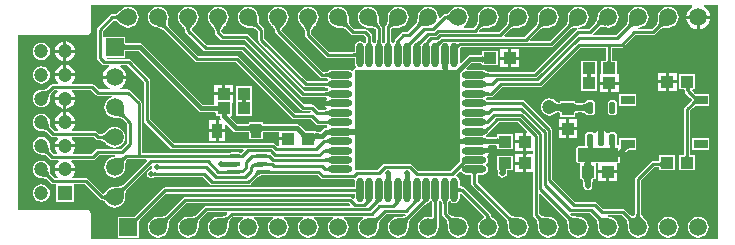
<source format=gtl>
G04*
G04 #@! TF.GenerationSoftware,Altium Limited,Altium Designer,19.1.8 (144)*
G04*
G04 Layer_Physical_Order=1*
G04 Layer_Color=255*
%FSLAX25Y25*%
%MOIN*%
G70*
G01*
G75*
%ADD10C,0.01000*%
%ADD16C,0.02000*%
%ADD33R,0.04724X0.03000*%
%ADD34R,0.03583X0.04803*%
%ADD35R,0.04331X0.03937*%
G04:AMPARAMS|DCode=36|XSize=15.75mil|YSize=33.47mil|CornerRadius=3.94mil|HoleSize=0mil|Usage=FLASHONLY|Rotation=90.000|XOffset=0mil|YOffset=0mil|HoleType=Round|Shape=RoundedRectangle|*
%AMROUNDEDRECTD36*
21,1,0.01575,0.02559,0,0,90.0*
21,1,0.00787,0.03347,0,0,90.0*
1,1,0.00787,0.01280,0.00394*
1,1,0.00787,0.01280,-0.00394*
1,1,0.00787,-0.01280,-0.00394*
1,1,0.00787,-0.01280,0.00394*
%
%ADD36ROUNDEDRECTD36*%
%ADD37R,0.03937X0.04331*%
%ADD38O,0.08071X0.02362*%
%ADD39O,0.02362X0.08071*%
G04:AMPARAMS|DCode=40|XSize=39.37mil|YSize=21.65mil|CornerRadius=5.41mil|HoleSize=0mil|Usage=FLASHONLY|Rotation=90.000|XOffset=0mil|YOffset=0mil|HoleType=Round|Shape=RoundedRectangle|*
%AMROUNDEDRECTD40*
21,1,0.03937,0.01083,0,0,90.0*
21,1,0.02854,0.02165,0,0,90.0*
1,1,0.01083,0.00541,0.01427*
1,1,0.01083,0.00541,-0.01427*
1,1,0.01083,-0.00541,-0.01427*
1,1,0.01083,-0.00541,0.01427*
%
%ADD40ROUNDEDRECTD40*%
%ADD41C,0.01500*%
%ADD42R,0.13600X0.04600*%
%ADD43R,0.05906X0.05906*%
%ADD44C,0.05906*%
%ADD45R,0.04724X0.04724*%
%ADD46C,0.04724*%
%ADD47R,0.05906X0.05906*%
%ADD48C,0.01968*%
G36*
X226480Y-3980D02*
X17520D01*
Y4800D01*
X17442Y5190D01*
X17221Y5521D01*
X16890Y5742D01*
X16500Y5820D01*
X-6880D01*
Y64180D01*
X16500D01*
X16890Y64258D01*
X17221Y64479D01*
X17442Y64810D01*
X17520Y65200D01*
Y73980D01*
X217974D01*
X218073Y73480D01*
X218007Y73453D01*
X217181Y72819D01*
X216547Y71993D01*
X216149Y71032D01*
X216079Y70500D01*
X220000D01*
X223921D01*
X223851Y71032D01*
X223453Y71993D01*
X222819Y72819D01*
X221993Y73453D01*
X221927Y73480D01*
X222026Y73980D01*
X226480D01*
X226480Y-3980D01*
D02*
G37*
%LPC*%
G36*
X223921Y69500D02*
X220500D01*
Y66079D01*
X221032Y66149D01*
X221993Y66547D01*
X222819Y67181D01*
X223453Y68007D01*
X223851Y68968D01*
X223921Y69500D01*
D02*
G37*
G36*
X219500D02*
X216079D01*
X216149Y68968D01*
X216547Y68007D01*
X217181Y67181D01*
X218007Y66547D01*
X218968Y66149D01*
X219500Y66079D01*
Y69500D01*
D02*
G37*
G36*
X210000Y73483D02*
X209099Y73364D01*
X208259Y73016D01*
X207538Y72462D01*
X206984Y71741D01*
X206636Y70901D01*
X206518Y70002D01*
X206506Y69974D01*
X206503Y69567D01*
X206454Y68843D01*
X206411Y68542D01*
X206354Y68270D01*
X206287Y68033D01*
X206211Y67831D01*
X206128Y67664D01*
X206041Y67530D01*
X205926Y67396D01*
X205912Y67354D01*
X204578Y66020D01*
X200010D01*
X199975Y66506D01*
X200002Y66518D01*
X200901Y66636D01*
X201741Y66984D01*
X202463Y67537D01*
X203016Y68259D01*
X203364Y69099D01*
X203483Y70000D01*
X203364Y70901D01*
X203016Y71741D01*
X202463Y72462D01*
X201741Y73016D01*
X200901Y73364D01*
X200000Y73483D01*
X199099Y73364D01*
X198259Y73016D01*
X197538Y72462D01*
X196984Y71741D01*
X196636Y70901D01*
X196518Y70002D01*
X196506Y69974D01*
X196503Y69567D01*
X196454Y68843D01*
X196411Y68542D01*
X196354Y68270D01*
X196287Y68033D01*
X196211Y67831D01*
X196128Y67664D01*
X196041Y67530D01*
X195926Y67396D01*
X195912Y67354D01*
X192578Y64020D01*
X185169D01*
X184961Y64520D01*
X186787Y66345D01*
X186796Y66347D01*
X186818Y66376D01*
X186829Y66387D01*
X186872Y66401D01*
X187017Y66527D01*
X187149Y66610D01*
X187301Y66679D01*
X187478Y66732D01*
X187682Y66767D01*
X187915Y66783D01*
X188177Y66778D01*
X188467Y66749D01*
X188785Y66695D01*
X189143Y66613D01*
X189201Y66623D01*
X190000Y66518D01*
X190901Y66636D01*
X191741Y66984D01*
X192463Y67537D01*
X193016Y68259D01*
X193364Y69099D01*
X193482Y70000D01*
X193364Y70901D01*
X193016Y71741D01*
X192463Y72462D01*
X191741Y73016D01*
X190901Y73364D01*
X190000Y73483D01*
X189099Y73364D01*
X188259Y73016D01*
X187538Y72462D01*
X186984Y71741D01*
X186636Y70901D01*
X186630Y70852D01*
X186603Y70818D01*
X186265Y69548D01*
X186160Y69221D01*
X185944Y68657D01*
X185847Y68448D01*
X185753Y68279D01*
X185671Y68156D01*
X185578Y68048D01*
X185564Y68006D01*
X183578Y66020D01*
X180354D01*
X180272Y66049D01*
X180077Y66385D01*
X180148Y66473D01*
X180332Y66561D01*
X180901Y66636D01*
X181741Y66984D01*
X182463Y67537D01*
X183016Y68259D01*
X183364Y69099D01*
X183483Y70000D01*
X183364Y70901D01*
X183016Y71741D01*
X182463Y72462D01*
X181741Y73016D01*
X180901Y73364D01*
X180000Y73483D01*
X179099Y73364D01*
X178259Y73016D01*
X177538Y72462D01*
X176984Y71741D01*
X176636Y70901D01*
X176518Y70002D01*
X176506Y69974D01*
X176503Y69567D01*
X176454Y68843D01*
X176411Y68542D01*
X176355Y68270D01*
X176287Y68033D01*
X176211Y67831D01*
X176128Y67664D01*
X176041Y67530D01*
X175926Y67396D01*
X175912Y67354D01*
X170578Y62020D01*
X164115D01*
X163924Y62481D01*
X167354Y65912D01*
X167396Y65926D01*
X167530Y66041D01*
X167664Y66128D01*
X167831Y66211D01*
X168033Y66287D01*
X168270Y66355D01*
X168543Y66411D01*
X168842Y66454D01*
X169567Y66503D01*
X169975Y66506D01*
X170002Y66518D01*
X170901Y66636D01*
X171741Y66984D01*
X172462Y67537D01*
X173016Y68259D01*
X173364Y69099D01*
X173483Y70000D01*
X173364Y70901D01*
X173016Y71741D01*
X172462Y72462D01*
X171741Y73016D01*
X170901Y73364D01*
X170000Y73483D01*
X169099Y73364D01*
X168259Y73016D01*
X167537Y72462D01*
X166984Y71741D01*
X166636Y70901D01*
X166518Y70002D01*
X166506Y69974D01*
X166503Y69567D01*
X166454Y68843D01*
X166411Y68542D01*
X166355Y68270D01*
X166287Y68033D01*
X166211Y67831D01*
X166128Y67664D01*
X166041Y67530D01*
X165926Y67396D01*
X165912Y67354D01*
X162078Y63520D01*
X155615D01*
X155423Y63981D01*
X157354Y65912D01*
X157396Y65926D01*
X157530Y66041D01*
X157664Y66128D01*
X157831Y66211D01*
X158033Y66287D01*
X158270Y66355D01*
X158543Y66411D01*
X158843Y66454D01*
X159567Y66503D01*
X159975Y66506D01*
X160002Y66518D01*
X160901Y66636D01*
X161741Y66984D01*
X162462Y67537D01*
X163016Y68259D01*
X163364Y69099D01*
X163482Y70000D01*
X163364Y70901D01*
X163016Y71741D01*
X162462Y72462D01*
X161741Y73016D01*
X160901Y73364D01*
X160000Y73483D01*
X159099Y73364D01*
X158259Y73016D01*
X157537Y72462D01*
X156984Y71741D01*
X156636Y70901D01*
X156518Y70002D01*
X156506Y69974D01*
X156503Y69567D01*
X156454Y68843D01*
X156411Y68542D01*
X156354Y68270D01*
X156287Y68033D01*
X156211Y67831D01*
X156128Y67664D01*
X156041Y67530D01*
X155926Y67396D01*
X155912Y67354D01*
X153578Y65020D01*
X147115D01*
X146923Y65482D01*
X147354Y65912D01*
X147397Y65926D01*
X147530Y66041D01*
X147663Y66128D01*
X147831Y66211D01*
X148033Y66287D01*
X148270Y66355D01*
X148542Y66411D01*
X148843Y66454D01*
X149567Y66503D01*
X149975Y66506D01*
X150002Y66518D01*
X150901Y66636D01*
X151741Y66984D01*
X152462Y67537D01*
X153016Y68259D01*
X153364Y69099D01*
X153482Y70000D01*
X153364Y70901D01*
X153016Y71741D01*
X152462Y72462D01*
X151741Y73016D01*
X150901Y73364D01*
X150000Y73483D01*
X149099Y73364D01*
X148259Y73016D01*
X147538Y72462D01*
X146984Y71741D01*
X146636Y70901D01*
X146518Y70002D01*
X146506Y69974D01*
X146503Y69567D01*
X146454Y68843D01*
X146411Y68542D01*
X146354Y68270D01*
X146287Y68033D01*
X146211Y67831D01*
X146128Y67664D01*
X146041Y67530D01*
X145926Y67396D01*
X145912Y67354D01*
X145078Y66520D01*
X141927D01*
X141789Y66864D01*
X141788Y67020D01*
X142463Y67537D01*
X143016Y68259D01*
X143364Y69099D01*
X143482Y70000D01*
X143364Y70901D01*
X143016Y71741D01*
X142463Y72462D01*
X141741Y73016D01*
X140901Y73364D01*
X140000Y73483D01*
X139099Y73364D01*
X138259Y73016D01*
X137538Y72462D01*
X137276Y72122D01*
X137209Y72093D01*
X137196Y72061D01*
X137166Y72044D01*
X136995Y71819D01*
X136834Y71635D01*
X136672Y71476D01*
X136511Y71343D01*
X136352Y71234D01*
X136194Y71148D01*
X136036Y71082D01*
X135877Y71036D01*
X135715Y71008D01*
X135517Y70998D01*
X135423Y70952D01*
X135157Y70899D01*
X134826Y70678D01*
X133928Y69780D01*
X133639Y69923D01*
X133478Y70037D01*
X133364Y70901D01*
X133016Y71741D01*
X132463Y72462D01*
X131741Y73016D01*
X130901Y73364D01*
X130000Y73483D01*
X129099Y73364D01*
X128259Y73016D01*
X127538Y72462D01*
X126984Y71741D01*
X126636Y70901D01*
X126566Y70370D01*
X126517Y70277D01*
X126517Y70274D01*
X126517Y70274D01*
X126517Y70274D01*
X126478Y69846D01*
X126430Y69462D01*
X126305Y68777D01*
X126233Y68500D01*
X126153Y68254D01*
X126068Y68046D01*
X125980Y67876D01*
X125893Y67744D01*
X125784Y67618D01*
X125770Y67575D01*
X123215Y65020D01*
X121624D01*
X121234Y64942D01*
X120903Y64721D01*
X119129Y62947D01*
X118908Y62616D01*
X118852Y62332D01*
X118809Y62233D01*
X118807Y62047D01*
X118789Y61744D01*
X118778Y61653D01*
X118448Y61403D01*
X117924Y61490D01*
X117913Y61507D01*
X117801Y61582D01*
X117782Y61686D01*
X117746Y62106D01*
X117742Y62363D01*
X117720Y62413D01*
Y66174D01*
X117864Y66248D01*
X118060Y66325D01*
X118285Y66391D01*
X118541Y66445D01*
X118819Y66483D01*
X119490Y66517D01*
X119865Y66509D01*
X119870Y66511D01*
X119876Y66509D01*
X119922Y66528D01*
X120000Y66518D01*
X120901Y66636D01*
X121741Y66984D01*
X122462Y67537D01*
X123016Y68259D01*
X123364Y69099D01*
X123483Y70000D01*
X123364Y70901D01*
X123016Y71741D01*
X122462Y72462D01*
X121741Y73016D01*
X120901Y73364D01*
X120000Y73483D01*
X119099Y73364D01*
X118259Y73016D01*
X117537Y72462D01*
X116984Y71741D01*
X116636Y70901D01*
X116517Y70000D01*
X116528Y69923D01*
X116509Y69877D01*
Y69876D01*
X116509Y69876D01*
X116509Y69876D01*
X116508Y69134D01*
X116484Y68826D01*
X116445Y68541D01*
X116392Y68285D01*
X116325Y68060D01*
X116248Y67864D01*
X116161Y67696D01*
X116066Y67555D01*
X115940Y67411D01*
X115907Y67312D01*
X115759Y67091D01*
X115681Y66701D01*
Y62413D01*
X115660Y62363D01*
X115655Y62100D01*
X115642Y61879D01*
X115621Y61694D01*
X115601Y61582D01*
X115489Y61507D01*
X115427Y61414D01*
X115384Y61389D01*
X115319Y61363D01*
X115134Y61328D01*
X115118D01*
X114933Y61363D01*
X114868Y61389D01*
X114825Y61414D01*
X114763Y61507D01*
X114652Y61582D01*
X114632Y61686D01*
X114597Y62106D01*
X114592Y62363D01*
X114571Y62413D01*
Y66449D01*
X114493Y66839D01*
X114272Y67170D01*
X114088Y67354D01*
X114074Y67396D01*
X113959Y67530D01*
X113872Y67664D01*
X113789Y67831D01*
X113713Y68033D01*
X113646Y68270D01*
X113589Y68542D01*
X113546Y68843D01*
X113497Y69567D01*
X113494Y69974D01*
X113482Y70002D01*
X113364Y70901D01*
X113016Y71741D01*
X112462Y72462D01*
X111741Y73016D01*
X110901Y73364D01*
X110000Y73483D01*
X109099Y73364D01*
X108259Y73016D01*
X107537Y72462D01*
X106984Y71741D01*
X106636Y70901D01*
X106518Y70000D01*
X106636Y69099D01*
X106984Y68259D01*
X107537Y67537D01*
X108259Y66984D01*
X109099Y66636D01*
X109998Y66518D01*
X110026Y66506D01*
X110433Y66503D01*
X111158Y66454D01*
X111458Y66411D01*
X111730Y66355D01*
X111967Y66287D01*
X112169Y66211D01*
X112336Y66128D01*
X112470Y66041D01*
X112532Y65988D01*
Y62413D01*
X112510Y62363D01*
X112505Y62100D01*
X112492Y61879D01*
X112471Y61694D01*
X112451Y61582D01*
X112339Y61507D01*
X112277Y61414D01*
X112234Y61389D01*
X112170Y61363D01*
X111985Y61328D01*
X111968D01*
X111783Y61363D01*
X111719Y61389D01*
X111676Y61414D01*
X111614Y61507D01*
X111502Y61582D01*
X111483Y61686D01*
X111447Y62106D01*
X111443Y62363D01*
X111421Y62413D01*
Y63598D01*
X111344Y63989D01*
X111123Y64319D01*
X109721Y65721D01*
X109390Y65942D01*
X109000Y66020D01*
X105422D01*
X104088Y67354D01*
X104074Y67396D01*
X103959Y67530D01*
X103872Y67664D01*
X103789Y67831D01*
X103713Y68033D01*
X103646Y68270D01*
X103589Y68542D01*
X103546Y68843D01*
X103497Y69567D01*
X103494Y69974D01*
X103482Y70002D01*
X103364Y70901D01*
X103016Y71741D01*
X102462Y72462D01*
X101741Y73016D01*
X100901Y73364D01*
X100000Y73483D01*
X99099Y73364D01*
X98259Y73016D01*
X97537Y72462D01*
X96984Y71741D01*
X96636Y70901D01*
X96517Y70000D01*
X96636Y69099D01*
X96984Y68259D01*
X97537Y67537D01*
X98259Y66984D01*
X99099Y66636D01*
X99998Y66518D01*
X100025Y66506D01*
X100433Y66503D01*
X101157Y66454D01*
X101458Y66411D01*
X101730Y66355D01*
X101967Y66287D01*
X102169Y66211D01*
X102336Y66128D01*
X102470Y66041D01*
X102603Y65926D01*
X102646Y65912D01*
X104279Y64279D01*
X104610Y64058D01*
X105000Y63980D01*
X108578D01*
X109382Y63176D01*
Y62413D01*
X109361Y62363D01*
X109356Y62100D01*
X109343Y61879D01*
X109322Y61694D01*
X109301Y61582D01*
X109190Y61507D01*
X109127Y61414D01*
X108712Y61348D01*
X108633Y61363D01*
X108533Y61404D01*
X108464Y61507D01*
X107908Y61879D01*
X107252Y62009D01*
X106596Y61879D01*
X106040Y61507D01*
X105668Y60951D01*
X105538Y60295D01*
Y58532D01*
X105475Y58516D01*
X105369Y58498D01*
X105235Y58486D01*
X105059Y58482D01*
X105010Y58460D01*
X96981D01*
X91020Y64422D01*
Y65238D01*
X91040Y65278D01*
X91053Y65454D01*
X91086Y65610D01*
X91145Y65787D01*
X91234Y65984D01*
X91355Y66199D01*
X91507Y66431D01*
X91689Y66674D01*
X92166Y67221D01*
X92453Y67511D01*
X92463Y67539D01*
X93016Y68259D01*
X93364Y69099D01*
X93483Y70000D01*
X93364Y70901D01*
X93016Y71741D01*
X92462Y72462D01*
X91741Y73016D01*
X90901Y73364D01*
X90000Y73483D01*
X89099Y73364D01*
X88259Y73016D01*
X87537Y72462D01*
X86984Y71741D01*
X86636Y70901D01*
X86518Y70000D01*
X86636Y69099D01*
X86984Y68259D01*
X87537Y67539D01*
X87547Y67511D01*
X87834Y67221D01*
X88311Y66674D01*
X88493Y66431D01*
X88645Y66199D01*
X88766Y65984D01*
X88855Y65787D01*
X88914Y65610D01*
X88947Y65454D01*
X88960Y65278D01*
X88980Y65238D01*
Y64000D01*
X89058Y63610D01*
X89279Y63279D01*
X95838Y56720D01*
X96169Y56499D01*
X96559Y56421D01*
X105011D01*
X105059Y56400D01*
X105235Y56395D01*
X105369Y56384D01*
X105475Y56366D01*
X105538Y56349D01*
Y54587D01*
X105668Y53931D01*
X105929Y53541D01*
X105708Y53041D01*
X105500D01*
X105117Y52883D01*
X104959Y52500D01*
Y52293D01*
X104459Y52071D01*
X104069Y52332D01*
X103413Y52462D01*
X97705D01*
X97049Y52332D01*
X96838Y52191D01*
X96775Y52175D01*
X96753Y52138D01*
X96712Y52121D01*
X96704Y52101D01*
X96493Y51960D01*
X96418Y51848D01*
X96314Y51829D01*
X95894Y51794D01*
X95637Y51789D01*
X95587Y51768D01*
X95074D01*
X81090Y65752D01*
X81137Y65905D01*
X81215Y66088D01*
X81320Y66280D01*
X81452Y66480D01*
X81608Y66681D01*
X82030Y67128D01*
X82284Y67356D01*
X82290Y67370D01*
X82305Y67375D01*
X82329Y67435D01*
X82463Y67537D01*
X83016Y68259D01*
X83364Y69099D01*
X83482Y70000D01*
X83364Y70901D01*
X83016Y71741D01*
X82463Y72462D01*
X81741Y73016D01*
X80901Y73364D01*
X80000Y73483D01*
X79099Y73364D01*
X78259Y73016D01*
X77538Y72462D01*
X76984Y71741D01*
X76636Y70901D01*
X76517Y70000D01*
X76636Y69099D01*
X76984Y68259D01*
X77538Y67537D01*
X77671Y67435D01*
X77696Y67375D01*
X77710Y67370D01*
X77716Y67356D01*
X77976Y67122D01*
X78196Y66902D01*
X78387Y66688D01*
X78548Y66480D01*
X78680Y66280D01*
X78785Y66088D01*
X78863Y65905D01*
X78917Y65730D01*
X78948Y65562D01*
X78960Y65366D01*
X79006Y65272D01*
X79058Y65010D01*
X79279Y64679D01*
X93931Y50027D01*
X94262Y49806D01*
X94652Y49728D01*
X95587D01*
X95637Y49707D01*
X95900Y49702D01*
X96121Y49689D01*
X96306Y49668D01*
X96418Y49648D01*
X96493Y49536D01*
X96586Y49474D01*
X96611Y49431D01*
X96637Y49367D01*
X96672Y49182D01*
Y49165D01*
X96637Y48980D01*
X96611Y48916D01*
X96586Y48873D01*
X96493Y48810D01*
X96418Y48699D01*
X96314Y48680D01*
X95894Y48644D01*
X95637Y48640D01*
X95587Y48618D01*
X89724D01*
X75420Y62922D01*
Y65600D01*
X75342Y65990D01*
X75121Y66321D01*
X74088Y67354D01*
X74074Y67396D01*
X73959Y67530D01*
X73872Y67664D01*
X73789Y67831D01*
X73713Y68033D01*
X73646Y68270D01*
X73589Y68542D01*
X73546Y68843D01*
X73497Y69567D01*
X73494Y69974D01*
X73482Y70002D01*
X73364Y70901D01*
X73016Y71741D01*
X72462Y72462D01*
X71741Y73016D01*
X70901Y73364D01*
X70000Y73483D01*
X69099Y73364D01*
X68259Y73016D01*
X67537Y72462D01*
X66984Y71741D01*
X66636Y70901D01*
X66518Y70000D01*
X66636Y69099D01*
X66984Y68259D01*
X67537Y67537D01*
X68259Y66984D01*
X69099Y66636D01*
X69998Y66518D01*
X70025Y66506D01*
X70433Y66503D01*
X71157Y66454D01*
X71457Y66411D01*
X71730Y66355D01*
X71967Y66287D01*
X72169Y66211D01*
X72336Y66128D01*
X72470Y66041D01*
X72603Y65926D01*
X72646Y65912D01*
X73380Y65178D01*
Y62500D01*
X73458Y62110D01*
X73679Y61779D01*
X88581Y46878D01*
X88911Y46657D01*
X89302Y46579D01*
X95587D01*
X95637Y46557D01*
X95900Y46553D01*
X96121Y46539D01*
X96306Y46519D01*
X96418Y46498D01*
X96493Y46386D01*
X96586Y46324D01*
X96611Y46281D01*
X96637Y46217D01*
X96672Y46032D01*
Y46015D01*
X96637Y45830D01*
X96611Y45766D01*
X96586Y45723D01*
X96493Y45661D01*
X96418Y45549D01*
X96314Y45530D01*
X95894Y45494D01*
X95637Y45490D01*
X95587Y45468D01*
X88674D01*
X70121Y64021D01*
X69790Y64242D01*
X69400Y64320D01*
X61922D01*
X61020Y65222D01*
Y65238D01*
X61040Y65278D01*
X61053Y65454D01*
X61086Y65610D01*
X61145Y65787D01*
X61234Y65984D01*
X61355Y66199D01*
X61507Y66431D01*
X61689Y66674D01*
X62166Y67221D01*
X62453Y67511D01*
X62463Y67539D01*
X63016Y68259D01*
X63364Y69099D01*
X63482Y70000D01*
X63364Y70901D01*
X63016Y71741D01*
X62463Y72462D01*
X61741Y73016D01*
X60901Y73364D01*
X60000Y73483D01*
X59099Y73364D01*
X58259Y73016D01*
X57538Y72462D01*
X56984Y71741D01*
X56636Y70901D01*
X56517Y70000D01*
X56636Y69099D01*
X56984Y68259D01*
X57537Y67539D01*
X57547Y67511D01*
X57834Y67221D01*
X58311Y66674D01*
X58493Y66431D01*
X58645Y66199D01*
X58766Y65984D01*
X58855Y65787D01*
X58914Y65610D01*
X58947Y65454D01*
X58960Y65278D01*
X58980Y65238D01*
Y64800D01*
X59058Y64410D01*
X59279Y64079D01*
X60779Y62579D01*
X61110Y62358D01*
X61500Y62280D01*
X68978D01*
X87530Y43728D01*
X87861Y43507D01*
X88251Y43429D01*
X95587D01*
X95637Y43408D01*
X95900Y43403D01*
X96017Y43396D01*
X96135Y43150D01*
X96150Y42883D01*
X96132Y42872D01*
X95650Y42150D01*
X95631Y42055D01*
X96486Y42117D01*
X96656Y42147D01*
X96804Y42182D01*
X96930Y42223D01*
X97033Y42269D01*
X97115Y42320D01*
Y41799D01*
X100559D01*
Y40799D01*
X97115D01*
Y40278D01*
X97033Y40330D01*
X96930Y40376D01*
X96804Y40416D01*
X96656Y40452D01*
X96486Y40481D01*
X96080Y40525D01*
X95631Y40545D01*
X95650Y40448D01*
X96132Y39727D01*
X96145Y39718D01*
X96013Y39205D01*
X95894Y39195D01*
X95637Y39191D01*
X95587Y39169D01*
X93422D01*
X91971Y40621D01*
X91640Y40842D01*
X91250Y40920D01*
X88622D01*
X69121Y60421D01*
X68790Y60642D01*
X68400Y60720D01*
X56222D01*
X51087Y65855D01*
X51129Y66000D01*
X51198Y66168D01*
X51291Y66339D01*
X51407Y66513D01*
X51549Y66690D01*
X51717Y66870D01*
X51913Y67052D01*
X52148Y67245D01*
X52162Y67270D01*
X52188Y67281D01*
X52216Y67348D01*
X52463Y67537D01*
X53016Y68259D01*
X53364Y69099D01*
X53483Y70000D01*
X53364Y70901D01*
X53016Y71741D01*
X52463Y72462D01*
X51741Y73016D01*
X50901Y73364D01*
X50000Y73483D01*
X49099Y73364D01*
X48259Y73016D01*
X47537Y72462D01*
X46984Y71741D01*
X46636Y70901D01*
X46518Y70000D01*
X46636Y69099D01*
X46984Y68259D01*
X47537Y67537D01*
X47784Y67348D01*
X47812Y67281D01*
X47839Y67270D01*
X47852Y67245D01*
X48087Y67052D01*
X48283Y66870D01*
X48451Y66690D01*
X48593Y66513D01*
X48709Y66339D01*
X48802Y66168D01*
X48871Y66000D01*
X48920Y65834D01*
X48948Y65668D01*
X48960Y65469D01*
X49005Y65375D01*
X49058Y65110D01*
X49279Y64779D01*
X55079Y58979D01*
X55410Y58758D01*
X55800Y58680D01*
X67978D01*
X87479Y39179D01*
X87810Y38958D01*
X88200Y38880D01*
X90696D01*
X90908Y38609D01*
X90689Y38120D01*
X85622D01*
X67021Y56721D01*
X66690Y56942D01*
X66300Y57020D01*
X53422D01*
X43655Y66787D01*
X43653Y66796D01*
X43624Y66818D01*
X43613Y66829D01*
X43599Y66872D01*
X43473Y67017D01*
X43390Y67149D01*
X43321Y67301D01*
X43268Y67478D01*
X43233Y67682D01*
X43217Y67915D01*
X43222Y68177D01*
X43251Y68467D01*
X43305Y68785D01*
X43387Y69143D01*
X43377Y69201D01*
X43483Y70000D01*
X43364Y70901D01*
X43016Y71741D01*
X42463Y72462D01*
X41741Y73016D01*
X40901Y73364D01*
X40000Y73483D01*
X39099Y73364D01*
X38259Y73016D01*
X37538Y72462D01*
X36984Y71741D01*
X36636Y70901D01*
X36518Y70000D01*
X36636Y69099D01*
X36984Y68259D01*
X37538Y67537D01*
X38259Y66984D01*
X39099Y66636D01*
X39148Y66630D01*
X39182Y66603D01*
X40452Y66265D01*
X40779Y66160D01*
X41343Y65944D01*
X41552Y65847D01*
X41721Y65753D01*
X41844Y65671D01*
X41952Y65578D01*
X41994Y65564D01*
X52279Y55279D01*
X52610Y55058D01*
X53000Y54980D01*
X65878D01*
X84479Y36379D01*
X84810Y36158D01*
X85200Y36080D01*
X90778D01*
X92579Y34279D01*
X92910Y34058D01*
X93300Y33980D01*
X95587D01*
X95637Y33959D01*
X95900Y33954D01*
X96121Y33941D01*
X96219Y33930D01*
X96381Y33690D01*
X96427Y33549D01*
X96358Y33300D01*
X96223Y33125D01*
X95811D01*
X95323Y33028D01*
X94910Y32752D01*
X93933Y31775D01*
X93728D01*
X93689Y31791D01*
X93161Y31799D01*
X92767Y31822D01*
X92693Y31831D01*
Y31969D01*
X92253D01*
X92184Y31998D01*
X92112Y31969D01*
X90098D01*
X90081Y31979D01*
X90038Y31969D01*
X90037D01*
X89995Y31986D01*
X89954Y31969D01*
X89388D01*
X89271Y32036D01*
X89067Y32179D01*
X88546Y32620D01*
X88250Y32906D01*
X88211Y32922D01*
X87232Y33901D01*
X86818Y34178D01*
X86331Y34275D01*
X75887D01*
X75850Y34291D01*
X75579Y34298D01*
X75359Y34317D01*
X75179Y34347D01*
X75041Y34384D01*
X74946Y34423D01*
X74893Y34455D01*
X74874Y34472D01*
X74872Y34475D01*
X74871Y34478D01*
X74862Y34557D01*
X74848Y34583D01*
Y35102D01*
X70265D01*
Y34583D01*
X70251Y34557D01*
X70243Y34478D01*
X70242Y34475D01*
X70240Y34472D01*
X70221Y34455D01*
X70168Y34423D01*
X70073Y34384D01*
X69934Y34347D01*
X69754Y34317D01*
X69534Y34298D01*
X69263Y34291D01*
X69226Y34275D01*
X66370D01*
X63975Y36670D01*
X64166Y37132D01*
X64519D01*
Y41532D01*
X65019D01*
Y44000D01*
X61854D01*
X58688D01*
Y41532D01*
X58688D01*
X58739Y41032D01*
X58677Y40917D01*
X58457Y40898D01*
X58186Y40891D01*
X58149Y40874D01*
X54928D01*
X34901Y60901D01*
X34488Y61177D01*
X34000Y61274D01*
X29992D01*
X29955Y61291D01*
X29684Y61298D01*
X29464Y61317D01*
X29284Y61347D01*
X29145Y61384D01*
X29050Y61423D01*
X28997Y61455D01*
X28978Y61472D01*
X28976Y61475D01*
X28975Y61478D01*
X28967Y61557D01*
X28953Y61583D01*
Y63453D01*
X22047D01*
Y63453D01*
X21620Y63627D01*
Y65478D01*
X25122Y68980D01*
X25238D01*
X25278Y68960D01*
X25454Y68947D01*
X25610Y68914D01*
X25787Y68855D01*
X25984Y68766D01*
X26199Y68645D01*
X26431Y68493D01*
X26674Y68311D01*
X27221Y67834D01*
X27512Y67548D01*
X27539Y67536D01*
X28259Y66984D01*
X29099Y66636D01*
X30000Y66518D01*
X30901Y66636D01*
X31741Y66984D01*
X32462Y67537D01*
X33016Y68259D01*
X33364Y69099D01*
X33483Y70000D01*
X33364Y70901D01*
X33016Y71741D01*
X32462Y72462D01*
X31741Y73016D01*
X30901Y73364D01*
X30000Y73483D01*
X29099Y73364D01*
X28259Y73016D01*
X27539Y72464D01*
X27512Y72452D01*
X27221Y72166D01*
X26674Y71689D01*
X26431Y71507D01*
X26199Y71355D01*
X25984Y71234D01*
X25787Y71145D01*
X25610Y71086D01*
X25454Y71053D01*
X25278Y71040D01*
X25238Y71020D01*
X24700D01*
X24310Y70942D01*
X23979Y70721D01*
X19879Y66621D01*
X19658Y66290D01*
X19580Y65900D01*
Y56300D01*
X19658Y55910D01*
X19879Y55579D01*
X21179Y54279D01*
X21510Y54058D01*
X21900Y53980D01*
X23474D01*
X23573Y53480D01*
X23507Y53453D01*
X22681Y52819D01*
X22047Y51993D01*
X21649Y51032D01*
X21579Y50500D01*
X25500D01*
X29421D01*
X29351Y51032D01*
X28953Y51993D01*
X28319Y52819D01*
X27493Y53453D01*
X27427Y53480D01*
X27526Y53980D01*
X29778D01*
X35280Y48478D01*
Y35600D01*
X35358Y35210D01*
X35579Y34879D01*
X44079Y26379D01*
X44410Y26158D01*
X44800Y26080D01*
X68385D01*
X68577Y25618D01*
X67678Y24720D01*
X67657Y24722D01*
X67599Y24732D01*
X67563Y24740D01*
X67552Y24744D01*
X67528Y24755D01*
X67506Y24757D01*
X67299Y24895D01*
X66950Y24964D01*
X64391D01*
X64274Y24941D01*
X64242Y24953D01*
X64153Y24917D01*
X64043Y24895D01*
X64030Y24886D01*
X63964Y24877D01*
X63905Y24841D01*
X63858Y24818D01*
X63797Y24795D01*
X63724Y24773D01*
X63638Y24752D01*
X63550Y24737D01*
X63159Y24702D01*
X63015Y24700D01*
X62965Y24679D01*
X34520D01*
Y41300D01*
X34442Y41690D01*
X34221Y42021D01*
X30621Y45621D01*
X30290Y45842D01*
X29900Y45920D01*
X27285D01*
X27185Y46420D01*
X27493Y46547D01*
X28319Y47181D01*
X28953Y48007D01*
X29351Y48968D01*
X29421Y49500D01*
X25500D01*
X21579D01*
X21649Y48968D01*
X22047Y48007D01*
X22681Y47181D01*
X23507Y46547D01*
X23815Y46420D01*
X23715Y45920D01*
X20322D01*
X18721Y47521D01*
X18390Y47742D01*
X18000Y47820D01*
X11421D01*
X11261Y48293D01*
X11335Y48350D01*
X11874Y49052D01*
X12213Y49870D01*
X12262Y50248D01*
X5612D01*
X5661Y49870D01*
X6000Y49052D01*
X6539Y48350D01*
X6613Y48293D01*
X6453Y47820D01*
X4952D01*
X4562Y47742D01*
X4231Y47521D01*
X3008Y46298D01*
X2963Y46283D01*
X2850Y46182D01*
X2743Y46109D01*
X2615Y46039D01*
X2464Y45975D01*
X2289Y45918D01*
X2090Y45869D01*
X1874Y45832D01*
X1345Y45784D01*
X1049Y45777D01*
X990Y45751D01*
X316Y45663D01*
X-381Y45374D01*
X-978Y44915D01*
X-1437Y44317D01*
X-1726Y43621D01*
X-1824Y42874D01*
X-1726Y42127D01*
X-1437Y41431D01*
X-978Y40833D01*
X-381Y40374D01*
X316Y40086D01*
X1063Y39987D01*
X1810Y40086D01*
X2506Y40374D01*
X3104Y40833D01*
X3563Y41431D01*
X3852Y42127D01*
X3950Y42874D01*
X3949Y42882D01*
X3966Y42924D01*
X3966Y43223D01*
X3978Y43489D01*
X4002Y43732D01*
X4038Y43952D01*
X4083Y44149D01*
X4138Y44322D01*
X4200Y44471D01*
X4268Y44598D01*
X4342Y44705D01*
X4443Y44820D01*
X4458Y44864D01*
X5374Y45780D01*
X6424D01*
X6585Y45307D01*
X6539Y45272D01*
X6000Y44570D01*
X5661Y43752D01*
X5612Y43374D01*
X12262D01*
X12213Y43752D01*
X11874Y44570D01*
X11335Y45272D01*
X11289Y45307D01*
X11450Y45780D01*
X17578D01*
X19179Y44179D01*
X19510Y43958D01*
X19900Y43880D01*
X24691D01*
X24724Y43380D01*
X24599Y43364D01*
X23759Y43016D01*
X23038Y42463D01*
X22484Y41741D01*
X22136Y40901D01*
X22017Y40000D01*
X22136Y39099D01*
X22484Y38259D01*
X23038Y37538D01*
X23759Y36984D01*
X24599Y36636D01*
X25498Y36518D01*
X25526Y36506D01*
X25933Y36503D01*
X26658Y36454D01*
X26957Y36411D01*
X27230Y36355D01*
X27467Y36287D01*
X27669Y36211D01*
X27836Y36128D01*
X27970Y36041D01*
X28104Y35926D01*
X28146Y35912D01*
X29680Y34378D01*
Y28122D01*
X27578Y26020D01*
X19800D01*
X19410Y25942D01*
X19079Y25721D01*
X17778Y24420D01*
X11725D01*
X11482Y24920D01*
X11874Y25430D01*
X12213Y26248D01*
X12262Y26626D01*
X5612D01*
X5661Y26248D01*
X6000Y25430D01*
X6392Y24920D01*
X6149Y24420D01*
X5174D01*
X4458Y25136D01*
X4443Y25180D01*
X4342Y25295D01*
X4268Y25401D01*
X4200Y25529D01*
X4138Y25679D01*
X4083Y25851D01*
X4038Y26048D01*
X4004Y26260D01*
X3966Y26784D01*
X3966Y27076D01*
X3949Y27117D01*
X3950Y27126D01*
X3852Y27873D01*
X3563Y28569D01*
X3104Y29167D01*
X2506Y29626D01*
X1810Y29915D01*
X1063Y30013D01*
X316Y29915D01*
X-381Y29626D01*
X-978Y29167D01*
X-1437Y28569D01*
X-1726Y27873D01*
X-1824Y27126D01*
X-1726Y26379D01*
X-1437Y25683D01*
X-978Y25085D01*
X-381Y24626D01*
X316Y24338D01*
X979Y24250D01*
X1037Y24223D01*
X1627Y24198D01*
X1867Y24170D01*
X2090Y24130D01*
X2289Y24082D01*
X2464Y24025D01*
X2615Y23961D01*
X2743Y23891D01*
X2850Y23818D01*
X2963Y23718D01*
X3008Y23702D01*
X4031Y22679D01*
X4362Y22458D01*
X4752Y22380D01*
X6670D01*
X6839Y21880D01*
X6539Y21650D01*
X6000Y20948D01*
X5661Y20130D01*
X5612Y19752D01*
X12262D01*
X12213Y20130D01*
X11874Y20948D01*
X11335Y21650D01*
X11035Y21880D01*
X11204Y22380D01*
X18200D01*
X18590Y22458D01*
X18921Y22679D01*
X20222Y23980D01*
X25490D01*
X25526Y23494D01*
X25498Y23482D01*
X24599Y23364D01*
X23759Y23016D01*
X23038Y22463D01*
X22484Y21741D01*
X22136Y20901D01*
X22017Y20000D01*
X22136Y19099D01*
X22484Y18259D01*
X23038Y17537D01*
X23759Y16984D01*
X24599Y16636D01*
X25500Y16518D01*
X26401Y16636D01*
X27241Y16984D01*
X27962Y17537D01*
X28516Y18259D01*
X28864Y19099D01*
X28982Y19998D01*
X28994Y20026D01*
X28997Y20433D01*
X29046Y21158D01*
X29089Y21457D01*
X29146Y21730D01*
X29213Y21967D01*
X29289Y22169D01*
X29372Y22336D01*
X29459Y22470D01*
X29574Y22603D01*
X29586Y22639D01*
X36044D01*
X36236Y22177D01*
X28146Y14088D01*
X28104Y14074D01*
X27970Y13959D01*
X27836Y13872D01*
X27669Y13789D01*
X27467Y13713D01*
X27230Y13645D01*
X26957Y13589D01*
X26658Y13546D01*
X25933Y13497D01*
X25526Y13494D01*
X25498Y13482D01*
X24599Y13364D01*
X23759Y13016D01*
X23038Y12462D01*
X22662Y11973D01*
X22618Y11954D01*
X22598Y11906D01*
X22554Y11877D01*
X22427Y11692D01*
X22309Y11547D01*
X22187Y11423D01*
X22063Y11319D01*
X21936Y11234D01*
X21805Y11165D01*
X21668Y11112D01*
X21559Y11083D01*
X16621Y16021D01*
X16290Y16242D01*
X15900Y16320D01*
X11416D01*
X11255Y16793D01*
X11335Y16854D01*
X11874Y17556D01*
X12213Y18374D01*
X12262Y18752D01*
X5612D01*
X5661Y18374D01*
X6000Y17556D01*
X6539Y16854D01*
X6618Y16793D01*
X6458Y16320D01*
X5400D01*
X4458Y17262D01*
X4443Y17306D01*
X4342Y17421D01*
X4268Y17527D01*
X4200Y17655D01*
X4138Y17805D01*
X4083Y17977D01*
X4038Y18174D01*
X4004Y18386D01*
X3966Y18910D01*
X3966Y19202D01*
X3949Y19243D01*
X3950Y19252D01*
X3852Y19999D01*
X3563Y20695D01*
X3104Y21293D01*
X2506Y21752D01*
X1810Y22040D01*
X1063Y22139D01*
X316Y22040D01*
X-381Y21752D01*
X-978Y21293D01*
X-1437Y20695D01*
X-1726Y19999D01*
X-1824Y19252D01*
X-1726Y18505D01*
X-1437Y17808D01*
X-978Y17211D01*
X-381Y16752D01*
X316Y16464D01*
X979Y16376D01*
X1037Y16349D01*
X1627Y16324D01*
X1867Y16296D01*
X2090Y16256D01*
X2289Y16208D01*
X2464Y16151D01*
X2615Y16087D01*
X2743Y16017D01*
X2850Y15944D01*
X2963Y15844D01*
X3008Y15828D01*
X4257Y14579D01*
X4588Y14358D01*
X4978Y14280D01*
X5592D01*
X6075Y14240D01*
X6075Y13780D01*
Y8516D01*
X11799D01*
X11799Y14240D01*
X12282Y14280D01*
X15478D01*
X20479Y9279D01*
X20810Y9058D01*
X21078Y9005D01*
X21174Y8959D01*
X21367Y8950D01*
X21522Y8926D01*
X21668Y8888D01*
X21805Y8835D01*
X21936Y8766D01*
X22063Y8681D01*
X22187Y8577D01*
X22309Y8453D01*
X22427Y8308D01*
X22554Y8123D01*
X22598Y8094D01*
X22618Y8045D01*
X22662Y8027D01*
X23038Y7537D01*
X23759Y6984D01*
X24599Y6636D01*
X25500Y6517D01*
X26401Y6636D01*
X27241Y6984D01*
X27962Y7537D01*
X28516Y8259D01*
X28864Y9099D01*
X28982Y9998D01*
X28994Y10025D01*
X28997Y10433D01*
X29046Y11157D01*
X29089Y11457D01*
X29146Y11730D01*
X29213Y11967D01*
X29289Y12169D01*
X29372Y12336D01*
X29459Y12470D01*
X29574Y12604D01*
X29588Y12646D01*
X37610Y20668D01*
X38070Y20422D01*
X37987Y20000D01*
X38043Y19716D01*
X37762Y19287D01*
X37665Y19249D01*
X37169Y19150D01*
X36678Y18822D01*
X36350Y18331D01*
X36235Y17752D01*
X36350Y17173D01*
X36678Y16682D01*
X37169Y16354D01*
X37748Y16239D01*
X38327Y16354D01*
X38752Y16638D01*
X38776Y16646D01*
X38793Y16649D01*
X38800Y16654D01*
X38809Y16657D01*
X38819Y16666D01*
X38834Y16672D01*
X38863Y16680D01*
X38905Y16690D01*
X38952Y16697D01*
X39106Y16709D01*
X39196Y16711D01*
X39245Y16732D01*
X55026D01*
X57379Y14379D01*
X57710Y14158D01*
X58100Y14080D01*
X70100D01*
X70490Y14158D01*
X70821Y14379D01*
X73052Y16610D01*
X73082Y16617D01*
X73098Y16644D01*
X73127Y16655D01*
X73512Y17013D01*
X73661Y17133D01*
X73790Y17223D01*
X73812Y17236D01*
X74149D01*
X74166Y17229D01*
X74184Y17236D01*
X74248D01*
X74253Y17235D01*
X74255Y17236D01*
X75809D01*
X75926Y17259D01*
X75958Y17246D01*
X76047Y17283D01*
X76157Y17305D01*
X76166Y17311D01*
X76230Y17320D01*
X76274Y17346D01*
X76307Y17360D01*
X76350Y17375D01*
X76521Y17415D01*
X76605Y17428D01*
X77018Y17457D01*
X77175Y17459D01*
X77226Y17480D01*
X92978D01*
X94179Y16279D01*
X94510Y16058D01*
X94900Y15980D01*
X105129D01*
X105141Y15983D01*
X105567Y15558D01*
X105538Y15413D01*
Y13345D01*
X105475Y13328D01*
X105369Y13311D01*
X105235Y13299D01*
X105059Y13295D01*
X105010Y13273D01*
X42254D01*
X41863Y13195D01*
X41533Y12975D01*
X32620Y4062D01*
X32572Y4044D01*
X32189Y3687D01*
X32040Y3568D01*
X31911Y3477D01*
X31868Y3453D01*
X31568D01*
X31526Y3470D01*
X31485Y3453D01*
X31484D01*
X31440Y3463D01*
X31424Y3453D01*
X26547D01*
Y-3453D01*
X33453D01*
Y1424D01*
X33463Y1440D01*
X33453Y1484D01*
Y1485D01*
X33470Y1527D01*
X33453Y1568D01*
Y1868D01*
X33477Y1911D01*
X33564Y2034D01*
X33850Y2371D01*
X34037Y2565D01*
X34057Y2615D01*
X42676Y11234D01*
X105011D01*
X105059Y11213D01*
X105235Y11208D01*
X105369Y11196D01*
X105475Y11179D01*
X105538Y11162D01*
Y9705D01*
X105561Y9588D01*
X105100Y9341D01*
X104721Y9721D01*
X104390Y9942D01*
X104000Y10020D01*
X49000D01*
X48610Y9942D01*
X48279Y9721D01*
X42646Y4088D01*
X42603Y4074D01*
X42470Y3959D01*
X42336Y3872D01*
X42169Y3789D01*
X41967Y3713D01*
X41730Y3646D01*
X41458Y3589D01*
X41157Y3546D01*
X40433Y3497D01*
X40025Y3494D01*
X39998Y3482D01*
X39099Y3364D01*
X38259Y3016D01*
X37538Y2462D01*
X36984Y1741D01*
X36636Y901D01*
X36518Y0D01*
X36636Y-901D01*
X36984Y-1741D01*
X37538Y-2462D01*
X38259Y-3016D01*
X39099Y-3364D01*
X40000Y-3483D01*
X40901Y-3364D01*
X41741Y-3016D01*
X42463Y-2462D01*
X43016Y-1741D01*
X43364Y-901D01*
X43482Y-2D01*
X43494Y25D01*
X43497Y433D01*
X43546Y1158D01*
X43589Y1457D01*
X43646Y1730D01*
X43713Y1967D01*
X43789Y2169D01*
X43872Y2336D01*
X43959Y2470D01*
X44074Y2603D01*
X44088Y2646D01*
X49422Y7980D01*
X103578D01*
X104053Y7505D01*
X103862Y7043D01*
X56024D01*
X55633Y6966D01*
X55303Y6745D01*
X52646Y4088D01*
X52604Y4074D01*
X52470Y3959D01*
X52337Y3872D01*
X52169Y3789D01*
X51967Y3713D01*
X51730Y3646D01*
X51458Y3589D01*
X51157Y3546D01*
X50433Y3497D01*
X50025Y3494D01*
X49998Y3482D01*
X49099Y3364D01*
X48259Y3016D01*
X47537Y2462D01*
X46984Y1741D01*
X46636Y901D01*
X46518Y0D01*
X46636Y-901D01*
X46984Y-1741D01*
X47537Y-2462D01*
X48259Y-3016D01*
X49099Y-3364D01*
X50000Y-3483D01*
X50901Y-3364D01*
X51741Y-3016D01*
X52463Y-2462D01*
X53016Y-1741D01*
X53364Y-901D01*
X53482Y-2D01*
X53494Y25D01*
X53497Y433D01*
X53546Y1158D01*
X53589Y1457D01*
X53645Y1730D01*
X53713Y1967D01*
X53789Y2169D01*
X53872Y2336D01*
X53959Y2470D01*
X54074Y2603D01*
X54088Y2646D01*
X56446Y5004D01*
X62909D01*
X63100Y4542D01*
X62646Y4088D01*
X62603Y4074D01*
X62470Y3959D01*
X62336Y3872D01*
X62169Y3789D01*
X61967Y3713D01*
X61730Y3646D01*
X61458Y3589D01*
X61158Y3546D01*
X60433Y3497D01*
X60026Y3494D01*
X59998Y3482D01*
X59099Y3364D01*
X58259Y3016D01*
X57538Y2462D01*
X56984Y1741D01*
X56636Y901D01*
X56517Y0D01*
X56636Y-901D01*
X56984Y-1741D01*
X57538Y-2462D01*
X58259Y-3016D01*
X59099Y-3364D01*
X60000Y-3483D01*
X60901Y-3364D01*
X61741Y-3016D01*
X62463Y-2462D01*
X63016Y-1741D01*
X63364Y-901D01*
X63482Y-2D01*
X63494Y25D01*
X63497Y433D01*
X63546Y1158D01*
X63589Y1457D01*
X63645Y1730D01*
X63713Y1967D01*
X63789Y2169D01*
X63872Y2336D01*
X63959Y2470D01*
X64074Y2603D01*
X64088Y2646D01*
X64946Y3504D01*
X68130D01*
X68248Y3055D01*
X68243Y3004D01*
X67537Y2462D01*
X66984Y1741D01*
X66636Y901D01*
X66518Y0D01*
X66636Y-901D01*
X66984Y-1741D01*
X67537Y-2462D01*
X68259Y-3016D01*
X69099Y-3364D01*
X70000Y-3483D01*
X70901Y-3364D01*
X71741Y-3016D01*
X72462Y-2462D01*
X73016Y-1741D01*
X73364Y-901D01*
X73483Y0D01*
X73364Y901D01*
X73016Y1741D01*
X72462Y2462D01*
X71757Y3004D01*
X71751Y3055D01*
X71870Y3504D01*
X78130D01*
X78249Y3055D01*
X78243Y3004D01*
X77538Y2462D01*
X76984Y1741D01*
X76636Y901D01*
X76517Y0D01*
X76636Y-901D01*
X76984Y-1741D01*
X77538Y-2462D01*
X78259Y-3016D01*
X79099Y-3364D01*
X80000Y-3483D01*
X80901Y-3364D01*
X81741Y-3016D01*
X82463Y-2462D01*
X83016Y-1741D01*
X83364Y-901D01*
X83482Y0D01*
X83364Y901D01*
X83016Y1741D01*
X82463Y2462D01*
X81757Y3004D01*
X81752Y3055D01*
X81870Y3504D01*
X88130D01*
X88248Y3055D01*
X88243Y3004D01*
X87537Y2462D01*
X86984Y1741D01*
X86636Y901D01*
X86518Y0D01*
X86636Y-901D01*
X86984Y-1741D01*
X87537Y-2462D01*
X88259Y-3016D01*
X89099Y-3364D01*
X90000Y-3483D01*
X90901Y-3364D01*
X91741Y-3016D01*
X92462Y-2462D01*
X93016Y-1741D01*
X93364Y-901D01*
X93483Y0D01*
X93364Y901D01*
X93016Y1741D01*
X92462Y2462D01*
X91757Y3004D01*
X91751Y3055D01*
X91870Y3504D01*
X98130D01*
X98248Y3055D01*
X98243Y3004D01*
X97537Y2462D01*
X96984Y1741D01*
X96636Y901D01*
X96517Y0D01*
X96636Y-901D01*
X96984Y-1741D01*
X97537Y-2462D01*
X98259Y-3016D01*
X99099Y-3364D01*
X100000Y-3483D01*
X100901Y-3364D01*
X101741Y-3016D01*
X102462Y-2462D01*
X103016Y-1741D01*
X103364Y-901D01*
X103482Y0D01*
X103364Y901D01*
X103016Y1741D01*
X102462Y2462D01*
X101757Y3004D01*
X101751Y3055D01*
X101870Y3504D01*
X108130D01*
X108248Y3055D01*
X108243Y3004D01*
X107537Y2462D01*
X106984Y1741D01*
X106636Y901D01*
X106518Y0D01*
X106636Y-901D01*
X106984Y-1741D01*
X107537Y-2462D01*
X108259Y-3016D01*
X109099Y-3364D01*
X110000Y-3483D01*
X110901Y-3364D01*
X111741Y-3016D01*
X112462Y-2462D01*
X113016Y-1741D01*
X113364Y-901D01*
X113464Y-138D01*
X113493Y-75D01*
X113508Y339D01*
X113576Y1073D01*
X113626Y1378D01*
X113688Y1654D01*
X113759Y1894D01*
X113838Y2099D01*
X113923Y2267D01*
X114010Y2400D01*
X114123Y2531D01*
X114137Y2574D01*
X116044Y4480D01*
X122331D01*
X122377Y4424D01*
X122495Y3980D01*
X122470Y3959D01*
X122336Y3872D01*
X122169Y3789D01*
X121967Y3713D01*
X121730Y3646D01*
X121458Y3589D01*
X121158Y3546D01*
X120433Y3497D01*
X120026Y3494D01*
X119998Y3482D01*
X119099Y3364D01*
X118259Y3016D01*
X117537Y2462D01*
X116984Y1741D01*
X116636Y901D01*
X116517Y0D01*
X116636Y-901D01*
X116984Y-1741D01*
X117537Y-2462D01*
X118259Y-3016D01*
X119099Y-3364D01*
X120000Y-3483D01*
X120901Y-3364D01*
X121741Y-3016D01*
X122462Y-2462D01*
X123016Y-1741D01*
X123364Y-901D01*
X123482Y-2D01*
X123494Y25D01*
X123497Y433D01*
X123546Y1158D01*
X123589Y1457D01*
X123645Y1730D01*
X123713Y1967D01*
X123789Y2169D01*
X123872Y2336D01*
X123959Y2470D01*
X124074Y2603D01*
X124088Y2646D01*
X128857Y7415D01*
X128906Y7434D01*
X129157Y7672D01*
X129369Y7848D01*
X129453Y7910D01*
X129530Y7960D01*
X129593Y7995D01*
X129640Y8017D01*
X129668Y8026D01*
X129714Y8036D01*
X129792Y8089D01*
X129955Y8121D01*
X130511Y8493D01*
X130580Y8596D01*
X130681Y8637D01*
X130759Y8652D01*
X131175Y8586D01*
X131237Y8493D01*
X131349Y8418D01*
X131368Y8314D01*
X131403Y7894D01*
X131408Y7637D01*
X131429Y7587D01*
Y4062D01*
X131408Y4018D01*
X131397Y3794D01*
X131370Y3644D01*
X131334Y3544D01*
X131299Y3485D01*
X131267Y3451D01*
X131227Y3427D01*
X131161Y3404D01*
X131053Y3389D01*
X130899Y3393D01*
X130675Y3427D01*
X130657Y3423D01*
X130640Y3432D01*
X130566Y3408D01*
X130000Y3483D01*
X129099Y3364D01*
X128259Y3016D01*
X127538Y2462D01*
X126984Y1741D01*
X126636Y901D01*
X126517Y0D01*
X126636Y-901D01*
X126984Y-1741D01*
X127538Y-2462D01*
X128259Y-3016D01*
X129099Y-3364D01*
X130000Y-3483D01*
X130901Y-3364D01*
X131741Y-3016D01*
X132463Y-2462D01*
X133016Y-1741D01*
X133364Y-901D01*
X133483Y0D01*
X133479Y25D01*
X133491Y47D01*
X133483Y71D01*
X133493Y94D01*
X133490Y3422D01*
X133468Y3474D01*
Y3547D01*
X133471Y3565D01*
X133468Y3568D01*
Y7587D01*
X133490Y7637D01*
X133495Y7900D01*
X133508Y8121D01*
X133529Y8306D01*
X133549Y8418D01*
X133661Y8493D01*
X133723Y8586D01*
X133766Y8611D01*
X133830Y8637D01*
X134015Y8672D01*
X134032D01*
X134217Y8637D01*
X134281Y8611D01*
X134324Y8586D01*
X134386Y8493D01*
X134498Y8418D01*
X134517Y8314D01*
X134553Y7894D01*
X134557Y7637D01*
X134579Y7587D01*
Y4402D01*
X134656Y4011D01*
X134878Y3681D01*
X135912Y2646D01*
X135926Y2603D01*
X136041Y2470D01*
X136128Y2337D01*
X136211Y2169D01*
X136287Y1967D01*
X136354Y1730D01*
X136411Y1457D01*
X136454Y1158D01*
X136503Y433D01*
X136506Y25D01*
X136518Y-2D01*
X136636Y-901D01*
X136984Y-1741D01*
X137538Y-2462D01*
X138259Y-3016D01*
X139099Y-3364D01*
X140000Y-3483D01*
X140901Y-3364D01*
X141741Y-3016D01*
X142463Y-2462D01*
X143016Y-1741D01*
X143364Y-901D01*
X143482Y0D01*
X143364Y901D01*
X143016Y1741D01*
X142463Y2462D01*
X141741Y3016D01*
X140901Y3364D01*
X140002Y3482D01*
X139974Y3494D01*
X139567Y3497D01*
X138842Y3546D01*
X138542Y3589D01*
X138270Y3646D01*
X138033Y3713D01*
X137831Y3789D01*
X137664Y3872D01*
X137530Y3959D01*
X137397Y4074D01*
X137354Y4088D01*
X136618Y4824D01*
Y7587D01*
X136639Y7637D01*
X136644Y7900D01*
X136657Y8121D01*
X136678Y8306D01*
X136699Y8418D01*
X136810Y8493D01*
X136873Y8586D01*
X137288Y8652D01*
X137366Y8637D01*
X137467Y8596D01*
X137536Y8493D01*
X138092Y8121D01*
X138748Y7991D01*
X139404Y8121D01*
X139960Y8493D01*
X140332Y9049D01*
X140462Y9705D01*
Y11465D01*
X140942Y11516D01*
X148691Y3767D01*
X148717Y3625D01*
X148659Y3225D01*
X148598Y3156D01*
X148259Y3016D01*
X147538Y2462D01*
X146984Y1741D01*
X146636Y901D01*
X146518Y0D01*
X146636Y-901D01*
X146984Y-1741D01*
X147538Y-2462D01*
X148259Y-3016D01*
X149099Y-3364D01*
X150000Y-3483D01*
X150901Y-3364D01*
X151741Y-3016D01*
X152462Y-2462D01*
X153016Y-1741D01*
X153364Y-901D01*
X153482Y0D01*
X153364Y901D01*
X153016Y1741D01*
X152462Y2462D01*
X151741Y3016D01*
X151402Y3156D01*
X151341Y3225D01*
X151260Y3264D01*
X151222Y3290D01*
X151190Y3319D01*
X151161Y3355D01*
X151132Y3402D01*
X151104Y3464D01*
X151079Y3544D01*
X151059Y3644D01*
X151046Y3762D01*
X151041Y3918D01*
X150996Y4016D01*
X150942Y4290D01*
X150721Y4621D01*
X142062Y13280D01*
X141731Y13501D01*
X141341Y13579D01*
X140989D01*
X140941Y13600D01*
X140765Y13605D01*
X140631Y13616D01*
X140525Y13634D01*
X140462Y13650D01*
Y15413D01*
X140332Y16069D01*
X139960Y16625D01*
X139404Y16997D01*
X139328Y17012D01*
X139183Y17491D01*
X140509Y18817D01*
X140988Y18672D01*
X141003Y18596D01*
X141375Y18040D01*
X141931Y17668D01*
X142587Y17538D01*
X144350D01*
X144366Y17475D01*
X144384Y17369D01*
X144395Y17235D01*
X144400Y17059D01*
X144421Y17011D01*
Y14559D01*
X144499Y14169D01*
X144720Y13838D01*
X155912Y2646D01*
X155926Y2603D01*
X156041Y2470D01*
X156128Y2337D01*
X156211Y2169D01*
X156287Y1967D01*
X156354Y1730D01*
X156411Y1457D01*
X156454Y1158D01*
X156503Y433D01*
X156506Y25D01*
X156518Y-2D01*
X156636Y-901D01*
X156984Y-1741D01*
X157537Y-2462D01*
X158259Y-3016D01*
X159099Y-3364D01*
X160000Y-3483D01*
X160901Y-3364D01*
X161741Y-3016D01*
X162462Y-2462D01*
X163016Y-1741D01*
X163364Y-901D01*
X163482Y0D01*
X163364Y901D01*
X163016Y1741D01*
X162462Y2462D01*
X161741Y3016D01*
X160901Y3364D01*
X160002Y3482D01*
X159975Y3494D01*
X159567Y3497D01*
X158843Y3546D01*
X158543Y3589D01*
X158270Y3646D01*
X158033Y3713D01*
X157831Y3789D01*
X157664Y3872D01*
X157530Y3959D01*
X157396Y4074D01*
X157354Y4088D01*
X146460Y14981D01*
Y17011D01*
X146482Y17059D01*
X146486Y17235D01*
X146498Y17369D01*
X146516Y17475D01*
X146532Y17538D01*
X148295D01*
X148951Y17668D01*
X149507Y18040D01*
X149879Y18596D01*
X150009Y19252D01*
X149879Y19908D01*
X149507Y20464D01*
X149338Y20577D01*
Y21077D01*
X149507Y21190D01*
X149879Y21746D01*
X150009Y22402D01*
X149879Y23057D01*
X149728Y23284D01*
X149830Y23954D01*
X149868Y23979D01*
X150350Y24700D01*
X150378Y24842D01*
X149750Y24799D01*
X149555Y24770D01*
X149226Y24693D01*
X149092Y24645D01*
X148978Y24591D01*
X148885Y24530D01*
Y25051D01*
X145441D01*
Y26051D01*
X148885D01*
Y26572D01*
X148955Y26530D01*
X149048Y26492D01*
X149166Y26459D01*
X149307Y26430D01*
X149473Y26406D01*
X149874Y26370D01*
X150360Y26353D01*
X150350Y26402D01*
X150033Y26877D01*
X150287Y27396D01*
X150436Y27407D01*
X150699Y27410D01*
X150738Y27426D01*
X151768D01*
X151805Y27410D01*
X152076Y27403D01*
X152296Y27384D01*
X152476Y27354D01*
X152615Y27317D01*
X152709Y27278D01*
X152762Y27246D01*
X152781Y27229D01*
X152784Y27225D01*
X152785Y27222D01*
X152793Y27144D01*
X152807Y27118D01*
Y26032D01*
X158138D01*
Y30968D01*
X152807D01*
Y30284D01*
X152793Y30258D01*
X152785Y30179D01*
X152784Y30176D01*
X152781Y30173D01*
X152762Y30156D01*
X152709Y30123D01*
X152614Y30085D01*
X152476Y30048D01*
X152296Y30018D01*
X152076Y29999D01*
X151805Y29992D01*
X151768Y29975D01*
X150738D01*
X150699Y29992D01*
X150428Y29995D01*
X149960Y30015D01*
X149589Y30055D01*
X149545Y30062D01*
X149444Y30292D01*
X149433Y30536D01*
X149445Y30594D01*
X149447Y30598D01*
X149507Y30638D01*
X149714Y30947D01*
X149808Y31035D01*
X149841Y31106D01*
X149872Y31164D01*
X149980Y31329D01*
X150035Y31405D01*
X150424Y31849D01*
X150540Y31968D01*
X150561Y32019D01*
X153522Y34980D01*
X159928D01*
X162978Y31930D01*
X162787Y31468D01*
X162665D01*
Y28500D01*
Y25532D01*
X164796D01*
Y24369D01*
X162665D01*
Y21400D01*
Y18431D01*
X164796D01*
Y4184D01*
X164874Y3794D01*
X165095Y3463D01*
X165912Y2646D01*
X165926Y2603D01*
X166041Y2470D01*
X166128Y2337D01*
X166211Y2169D01*
X166287Y1967D01*
X166355Y1730D01*
X166411Y1457D01*
X166454Y1158D01*
X166503Y433D01*
X166506Y25D01*
X166518Y-2D01*
X166636Y-901D01*
X166984Y-1741D01*
X167537Y-2462D01*
X168259Y-3016D01*
X169099Y-3364D01*
X170000Y-3483D01*
X170901Y-3364D01*
X171741Y-3016D01*
X172462Y-2462D01*
X173016Y-1741D01*
X173364Y-901D01*
X173483Y0D01*
X173364Y901D01*
X173016Y1741D01*
X172462Y2462D01*
X171741Y3016D01*
X170901Y3364D01*
X170002Y3482D01*
X169975Y3494D01*
X169567Y3497D01*
X168842Y3546D01*
X168543Y3589D01*
X168270Y3646D01*
X168033Y3713D01*
X167831Y3789D01*
X167664Y3872D01*
X167530Y3959D01*
X167396Y4074D01*
X167354Y4088D01*
X166835Y4607D01*
Y11169D01*
X167297Y11361D01*
X175954Y2704D01*
X175968Y2661D01*
X176085Y2526D01*
X176172Y2393D01*
X176253Y2227D01*
X176327Y2026D01*
X176391Y1791D01*
X176442Y1523D01*
X176480Y1227D01*
X176514Y511D01*
X176508Y109D01*
X176526Y63D01*
X176517Y0D01*
X176636Y-901D01*
X176984Y-1741D01*
X177538Y-2462D01*
X178259Y-3016D01*
X179099Y-3364D01*
X180000Y-3483D01*
X180901Y-3364D01*
X181741Y-3016D01*
X182463Y-2462D01*
X183016Y-1741D01*
X183364Y-901D01*
X183483Y0D01*
X183364Y901D01*
X183016Y1741D01*
X182463Y2462D01*
X181741Y3016D01*
X180901Y3364D01*
X180116Y3467D01*
X180058Y3493D01*
X179645Y3506D01*
X178912Y3571D01*
X178608Y3619D01*
X178333Y3680D01*
X178093Y3751D01*
X177889Y3830D01*
X177721Y3914D01*
X177588Y4001D01*
X177456Y4115D01*
X177388Y4343D01*
X177712Y4830D01*
X183728D01*
X185912Y2646D01*
X185926Y2603D01*
X186041Y2470D01*
X186128Y2337D01*
X186211Y2169D01*
X186287Y1967D01*
X186354Y1730D01*
X186411Y1457D01*
X186454Y1158D01*
X186503Y433D01*
X186506Y25D01*
X186518Y-2D01*
X186636Y-901D01*
X186984Y-1741D01*
X187538Y-2462D01*
X188259Y-3016D01*
X189099Y-3364D01*
X190000Y-3483D01*
X190901Y-3364D01*
X191741Y-3016D01*
X192463Y-2462D01*
X193016Y-1741D01*
X193364Y-901D01*
X193482Y0D01*
X193364Y901D01*
X193016Y1741D01*
X192463Y2462D01*
X191741Y3016D01*
X190901Y3364D01*
X190002Y3482D01*
X189974Y3494D01*
X190010Y3980D01*
X194578D01*
X195912Y2646D01*
X195926Y2603D01*
X196041Y2470D01*
X196128Y2337D01*
X196211Y2169D01*
X196287Y1967D01*
X196354Y1730D01*
X196411Y1457D01*
X196454Y1158D01*
X196503Y433D01*
X196506Y25D01*
X196518Y-2D01*
X196636Y-901D01*
X196984Y-1741D01*
X197538Y-2462D01*
X198259Y-3016D01*
X199099Y-3364D01*
X200000Y-3483D01*
X200901Y-3364D01*
X201741Y-3016D01*
X202463Y-2462D01*
X203016Y-1741D01*
X203364Y-901D01*
X203483Y0D01*
X203364Y901D01*
X203016Y1741D01*
X202464Y2461D01*
X202452Y2489D01*
X202166Y2779D01*
X201689Y3326D01*
X201507Y3569D01*
X201355Y3801D01*
X201234Y4016D01*
X201145Y4213D01*
X201086Y4390D01*
X201053Y4546D01*
X201040Y4722D01*
X201020Y4762D01*
Y15578D01*
X205422Y19980D01*
X206438D01*
X206486Y19959D01*
X206662Y19954D01*
X206797Y19943D01*
X206903Y19925D01*
X206976Y19906D01*
X206988Y19901D01*
Y19031D01*
X212319D01*
Y23968D01*
X206988D01*
Y22099D01*
X206976Y22094D01*
X206903Y22075D01*
X206797Y22057D01*
X206662Y22046D01*
X206486Y22041D01*
X206438Y22020D01*
X205000D01*
X204610Y21942D01*
X204279Y21721D01*
X199279Y16721D01*
X199058Y16390D01*
X198980Y16000D01*
Y4762D01*
X198960Y4722D01*
X198947Y4546D01*
X198914Y4390D01*
X198855Y4213D01*
X198766Y4016D01*
X198645Y3801D01*
X198511Y3596D01*
X198270Y3646D01*
X198033Y3713D01*
X197831Y3789D01*
X197664Y3872D01*
X197530Y3959D01*
X197397Y4074D01*
X197354Y4088D01*
X195721Y5721D01*
X195390Y5942D01*
X195000Y6020D01*
X188422D01*
X186221Y8221D01*
X185890Y8442D01*
X185500Y8520D01*
X178922D01*
X171335Y16107D01*
Y32399D01*
X171258Y32789D01*
X171037Y33120D01*
X162136Y42020D01*
X161805Y42241D01*
X161415Y42319D01*
X150413D01*
X150363Y42340D01*
X150100Y42345D01*
X149879Y42358D01*
X149694Y42379D01*
X149582Y42399D01*
X149507Y42511D01*
X149414Y42573D01*
X149389Y42616D01*
X149363Y42681D01*
X149328Y42866D01*
Y42882D01*
X149363Y43067D01*
X149389Y43132D01*
X149414Y43175D01*
X149507Y43237D01*
X149582Y43349D01*
X149687Y43368D01*
X150106Y43403D01*
X150363Y43408D01*
X150413Y43429D01*
X151000D01*
X151390Y43507D01*
X151721Y43728D01*
X154722Y46728D01*
X167248D01*
X167638Y46806D01*
X167969Y47027D01*
X180822Y59880D01*
X189327D01*
Y56019D01*
X189305Y55971D01*
X189301Y55798D01*
X189289Y55665D01*
X189272Y55562D01*
X189253Y55490D01*
X189245Y55470D01*
X189242Y55468D01*
X187681D01*
Y50968D01*
X187181D01*
Y48500D01*
X190347D01*
X193512D01*
Y50968D01*
X193012D01*
Y55468D01*
X191451D01*
X191448Y55470D01*
X191440Y55490D01*
X191421Y55562D01*
X191404Y55665D01*
X191392Y55798D01*
X191387Y55971D01*
X191366Y56019D01*
Y59573D01*
X191758Y59861D01*
X191794Y59880D01*
X194451D01*
X194841Y59958D01*
X195172Y60179D01*
X198974Y63980D01*
X205000D01*
X205390Y64058D01*
X205721Y64279D01*
X207354Y65912D01*
X207397Y65926D01*
X207530Y66041D01*
X207663Y66128D01*
X207831Y66211D01*
X208033Y66287D01*
X208270Y66355D01*
X208542Y66411D01*
X208842Y66454D01*
X209567Y66503D01*
X209975Y66506D01*
X210002Y66518D01*
X210901Y66636D01*
X211741Y66984D01*
X212462Y67537D01*
X213016Y68259D01*
X213364Y69099D01*
X213482Y70000D01*
X213364Y70901D01*
X213016Y71741D01*
X212462Y72462D01*
X211741Y73016D01*
X210901Y73364D01*
X210000Y73483D01*
D02*
G37*
G36*
X9437Y61947D02*
Y59122D01*
X12262D01*
X12213Y59500D01*
X11874Y60318D01*
X11335Y61020D01*
X10633Y61559D01*
X9815Y61898D01*
X9437Y61947D01*
D02*
G37*
G36*
X8437D02*
X8059Y61898D01*
X7241Y61559D01*
X6539Y61020D01*
X6000Y60318D01*
X5661Y59500D01*
X5612Y59122D01*
X8437D01*
Y61947D01*
D02*
G37*
G36*
X1063Y61509D02*
X316Y61411D01*
X-381Y61122D01*
X-978Y60663D01*
X-1437Y60066D01*
X-1726Y59369D01*
X-1824Y58622D01*
X-1726Y57875D01*
X-1437Y57179D01*
X-978Y56581D01*
X-381Y56122D01*
X316Y55834D01*
X1063Y55735D01*
X1810Y55834D01*
X2506Y56122D01*
X3104Y56581D01*
X3563Y57179D01*
X3852Y57875D01*
X3950Y58622D01*
X3852Y59369D01*
X3563Y60066D01*
X3104Y60663D01*
X2506Y61122D01*
X1810Y61411D01*
X1063Y61509D01*
D02*
G37*
G36*
X12262Y58122D02*
X9437D01*
Y55297D01*
X9815Y55346D01*
X10633Y55685D01*
X11335Y56224D01*
X11874Y56926D01*
X12213Y57744D01*
X12262Y58122D01*
D02*
G37*
G36*
X8437D02*
X5612D01*
X5661Y57744D01*
X6000Y56926D01*
X6539Y56224D01*
X7241Y55685D01*
X8059Y55346D01*
X8437Y55297D01*
Y58122D01*
D02*
G37*
G36*
X9437Y54073D02*
Y51248D01*
X12262D01*
X12213Y51626D01*
X11874Y52444D01*
X11335Y53146D01*
X10633Y53685D01*
X9815Y54024D01*
X9437Y54073D01*
D02*
G37*
G36*
X8437D02*
X8059Y54024D01*
X7241Y53685D01*
X6539Y53146D01*
X6000Y52444D01*
X5661Y51626D01*
X5612Y51248D01*
X8437D01*
Y54073D01*
D02*
G37*
G36*
X212819Y51468D02*
X210154D01*
Y49000D01*
X212819D01*
Y51468D01*
D02*
G37*
G36*
X209154D02*
X206488D01*
Y49000D01*
X209154D01*
Y51468D01*
D02*
G37*
G36*
X1063Y53635D02*
X316Y53537D01*
X-381Y53248D01*
X-978Y52789D01*
X-1437Y52192D01*
X-1726Y51495D01*
X-1824Y50748D01*
X-1726Y50001D01*
X-1437Y49305D01*
X-978Y48707D01*
X-381Y48248D01*
X316Y47960D01*
X1063Y47861D01*
X1810Y47960D01*
X2506Y48248D01*
X3104Y48707D01*
X3563Y49305D01*
X3852Y50001D01*
X3950Y50748D01*
X3852Y51495D01*
X3563Y52192D01*
X3104Y52789D01*
X2506Y53248D01*
X1810Y53537D01*
X1063Y53635D01*
D02*
G37*
G36*
X212819Y48000D02*
X210154D01*
Y45531D01*
X212819D01*
Y48000D01*
D02*
G37*
G36*
X209154D02*
X206488D01*
Y45531D01*
X209154D01*
Y48000D01*
D02*
G37*
G36*
X186319Y55468D02*
X180988D01*
Y50532D01*
X180988Y50532D01*
X180988Y50468D01*
X180988D01*
X180988Y50032D01*
Y45531D01*
X186319D01*
Y50032D01*
X186319Y50468D01*
X186319Y50532D01*
X186319D01*
Y55468D01*
D02*
G37*
G36*
X193512Y47500D02*
X190847D01*
Y45031D01*
X193512D01*
Y47500D01*
D02*
G37*
G36*
X189847D02*
X187181D01*
Y45031D01*
X189847D01*
Y47500D01*
D02*
G37*
G36*
X65019Y47469D02*
X62354D01*
Y45000D01*
X65019D01*
Y47469D01*
D02*
G37*
G36*
X61354D02*
X58688D01*
Y45000D01*
X61354D01*
Y47469D01*
D02*
G37*
G36*
X199357Y44382D02*
X193633D01*
Y40382D01*
X199357D01*
Y44382D01*
D02*
G37*
G36*
X12262Y42374D02*
X9437D01*
Y39549D01*
X9815Y39598D01*
X10633Y39937D01*
X11335Y40476D01*
X11874Y41178D01*
X12213Y41996D01*
X12262Y42374D01*
D02*
G37*
G36*
X8437D02*
X5612D01*
X5661Y41996D01*
X6000Y41178D01*
X6539Y40476D01*
X7241Y39937D01*
X8059Y39598D01*
X8437Y39549D01*
Y42374D01*
D02*
G37*
G36*
X191981Y42319D02*
X190899D01*
X190492Y42238D01*
X190148Y42008D01*
X189918Y41663D01*
X189837Y41257D01*
Y38403D01*
X189918Y37996D01*
X190148Y37652D01*
X190492Y37422D01*
X190899Y37341D01*
X191981D01*
X192388Y37422D01*
X192732Y37652D01*
X192962Y37996D01*
X193043Y38403D01*
Y41257D01*
X192962Y41663D01*
X192732Y42008D01*
X192388Y42238D01*
X191981Y42319D01*
D02*
G37*
G36*
X170400Y42987D02*
X169653Y42889D01*
X168956Y42600D01*
X168359Y42141D01*
X167900Y41543D01*
X167612Y40847D01*
X167513Y40100D01*
X167612Y39353D01*
X167900Y38656D01*
X168359Y38059D01*
X168956Y37600D01*
X169653Y37312D01*
X170400Y37213D01*
X171147Y37312D01*
X171844Y37600D01*
X172194Y37868D01*
X172289Y37896D01*
X172413Y37994D01*
X172527Y38070D01*
X172651Y38137D01*
X172786Y38197D01*
X172933Y38249D01*
X173092Y38293D01*
X173263Y38327D01*
X173454Y38295D01*
X173657Y38241D01*
X173807Y38180D01*
X173905Y38120D01*
X173960Y38070D01*
X173987Y38029D01*
X174004Y37983D01*
X174018Y37856D01*
X174031Y37831D01*
Y36796D01*
X178969D01*
Y37725D01*
X178995Y37773D01*
X179008Y37900D01*
X179024Y37946D01*
X179051Y37987D01*
X179105Y38036D01*
X179202Y38096D01*
X179350Y38156D01*
X179552Y38210D01*
X179805Y38253D01*
X180107Y38279D01*
X180471Y38289D01*
X180497Y38300D01*
X180839D01*
X180865Y38289D01*
X181162Y38281D01*
X181420Y38260D01*
X181652Y38225D01*
X181857Y38178D01*
X182036Y38121D01*
X182189Y38054D01*
X182318Y37980D01*
X182424Y37901D01*
X182513Y37814D01*
X182609Y37690D01*
X182640Y37672D01*
X182654Y37638D01*
X182743Y37602D01*
X183012Y37422D01*
X183419Y37341D01*
X184501D01*
X184907Y37422D01*
X185252Y37652D01*
X185482Y37996D01*
X185563Y38403D01*
Y41257D01*
X185482Y41663D01*
X185252Y42008D01*
X184907Y42238D01*
X184501Y42319D01*
X183419D01*
X183012Y42238D01*
X182743Y42058D01*
X182654Y42021D01*
X182640Y41988D01*
X182609Y41970D01*
X182513Y41846D01*
X182424Y41759D01*
X182318Y41679D01*
X182189Y41606D01*
X182036Y41539D01*
X181857Y41482D01*
X181652Y41435D01*
X181420Y41400D01*
X181162Y41379D01*
X180865Y41371D01*
X180839Y41359D01*
X180494D01*
X180468Y41371D01*
X180101Y41379D01*
X179790Y41400D01*
X179528Y41434D01*
X179315Y41479D01*
X179157Y41530D01*
X179055Y41579D01*
X179007Y41614D01*
X179002Y41620D01*
X178993Y41687D01*
X178969Y41729D01*
Y42127D01*
X178527D01*
X178456Y42156D01*
X178421Y42141D01*
X178385Y42151D01*
X178342Y42127D01*
X174662D01*
X174624Y42150D01*
X174582Y42140D01*
X174542Y42156D01*
X174472Y42127D01*
X174031D01*
Y41734D01*
X174008Y41695D01*
X174004Y41670D01*
X173968Y41646D01*
X173862Y41601D01*
X173699Y41554D01*
X173490Y41515D01*
X173449Y41511D01*
X173300Y41548D01*
X173155Y41596D01*
X173026Y41653D01*
X172910Y41717D01*
X172806Y41791D01*
X172712Y41873D01*
X172608Y41985D01*
X172536Y42017D01*
X172441Y42141D01*
X171844Y42600D01*
X171147Y42889D01*
X170400Y42987D01*
D02*
G37*
G36*
X71212Y46968D02*
X65881D01*
Y42031D01*
Y37132D01*
X71212D01*
Y42031D01*
Y46968D01*
D02*
G37*
G36*
X9437Y38325D02*
Y35500D01*
X12262D01*
X12213Y35878D01*
X11874Y36696D01*
X11335Y37398D01*
X10633Y37937D01*
X9815Y38276D01*
X9437Y38325D01*
D02*
G37*
G36*
X8437D02*
X8059Y38276D01*
X7241Y37937D01*
X6539Y37398D01*
X6000Y36696D01*
X5661Y35878D01*
X5612Y35500D01*
X8437D01*
Y38325D01*
D02*
G37*
G36*
X179469Y35934D02*
X177000D01*
Y33268D01*
X179469D01*
Y35934D01*
D02*
G37*
G36*
X176000D02*
X173531D01*
Y33268D01*
X176000D01*
Y35934D01*
D02*
G37*
G36*
X186693Y32106D02*
X186557Y32079D01*
X186047Y31738D01*
X185830Y31413D01*
X185292Y31365D01*
X185252Y31378D01*
X184907Y31608D01*
X184501Y31689D01*
X183419D01*
X183012Y31608D01*
X182668Y31378D01*
X182438Y31034D01*
X182357Y30627D01*
Y27773D01*
X182392Y27598D01*
X182379Y27566D01*
X182383Y27556D01*
X182283Y27306D01*
X182145Y27128D01*
X182016Y27056D01*
X179900D01*
X179517Y26898D01*
X179359Y26515D01*
Y21915D01*
X179517Y21532D01*
X179900Y21374D01*
X180565D01*
X180588Y20883D01*
X180588D01*
Y15947D01*
X181117D01*
X181143Y15932D01*
X181269Y15919D01*
X181315Y15903D01*
X181356Y15875D01*
X181406Y15821D01*
X181465Y15723D01*
X181526Y15574D01*
X181580Y15370D01*
X181623Y15115D01*
X181649Y14810D01*
X181659Y14444D01*
X181671Y14418D01*
Y13800D01*
X181787Y13215D01*
X182119Y12719D01*
X182615Y12387D01*
X183200Y12271D01*
X183785Y12387D01*
X184281Y12719D01*
X184613Y13215D01*
X184729Y13800D01*
Y14418D01*
X184741Y14444D01*
X184751Y14810D01*
X184777Y15115D01*
X184820Y15370D01*
X184874Y15574D01*
X184935Y15723D01*
X184994Y15821D01*
X185044Y15875D01*
X185085Y15903D01*
X185131Y15919D01*
X185257Y15932D01*
X185283Y15947D01*
X185919D01*
Y20883D01*
X185919D01*
X185942Y21374D01*
X186781D01*
Y18915D01*
X189946D01*
X193112D01*
Y21374D01*
X193500D01*
X193883Y21532D01*
X194041Y21915D01*
Y23358D01*
X194401Y23599D01*
X195462Y24659D01*
X195498Y24673D01*
X195500Y24677D01*
X195505Y24679D01*
X195759Y24923D01*
X195990Y25125D01*
X196204Y25291D01*
X196399Y25424D01*
X196574Y25522D01*
X196724Y25587D01*
X196830Y25618D01*
X197068D01*
X197119Y25605D01*
X197206Y25618D01*
X199357D01*
Y29618D01*
X193633D01*
Y27713D01*
X193340Y27498D01*
X193084Y27710D01*
X193043Y27773D01*
Y30627D01*
X192962Y31034D01*
X192732Y31378D01*
X192388Y31608D01*
X191981Y31689D01*
X190899D01*
X190492Y31608D01*
X190148Y31378D01*
X190108Y31365D01*
X189570Y31413D01*
X189353Y31738D01*
X188843Y32079D01*
X188715Y32104D01*
X188740Y30834D01*
X188200D01*
Y29200D01*
X187200D01*
Y30834D01*
X186660D01*
X186668Y30865D01*
X186674Y30935D01*
X186686Y31192D01*
X186693Y32106D01*
D02*
G37*
G36*
X179469Y32269D02*
X177000D01*
Y29603D01*
X179469D01*
Y32269D01*
D02*
G37*
G36*
X176000D02*
X173531D01*
Y29603D01*
X176000D01*
Y32269D01*
D02*
G37*
G36*
X161665Y31468D02*
X159000D01*
Y29000D01*
X161665D01*
Y31468D01*
D02*
G37*
G36*
X1063Y37887D02*
X316Y37789D01*
X-381Y37500D01*
X-978Y37041D01*
X-1437Y36443D01*
X-1726Y35747D01*
X-1824Y35000D01*
X-1726Y34253D01*
X-1437Y33557D01*
X-978Y32959D01*
X-381Y32500D01*
X316Y32212D01*
X979Y32124D01*
X1037Y32097D01*
X1627Y32072D01*
X1867Y32044D01*
X2090Y32005D01*
X2289Y31956D01*
X2464Y31899D01*
X2615Y31835D01*
X2743Y31765D01*
X2850Y31692D01*
X2963Y31591D01*
X3008Y31576D01*
X4205Y30379D01*
X4536Y30158D01*
X4926Y30080D01*
X6443D01*
X6613Y29580D01*
X6539Y29524D01*
X6000Y28822D01*
X5661Y28004D01*
X5612Y27626D01*
X12262D01*
X12213Y28004D01*
X11874Y28822D01*
X11335Y29524D01*
X11261Y29580D01*
X11431Y30080D01*
X18478D01*
X19279Y29279D01*
X19610Y29058D01*
X20000Y28980D01*
X20738D01*
X20778Y28960D01*
X20954Y28947D01*
X21110Y28914D01*
X21287Y28855D01*
X21484Y28766D01*
X21699Y28645D01*
X21931Y28493D01*
X22174Y28311D01*
X22721Y27834D01*
X23011Y27547D01*
X23039Y27536D01*
X23759Y26984D01*
X24599Y26636D01*
X25500Y26518D01*
X26401Y26636D01*
X27241Y26984D01*
X27962Y27538D01*
X28516Y28259D01*
X28864Y29099D01*
X28982Y30000D01*
X28864Y30901D01*
X28516Y31741D01*
X27962Y32462D01*
X27241Y33016D01*
X26401Y33364D01*
X25500Y33483D01*
X24599Y33364D01*
X23759Y33016D01*
X23039Y32463D01*
X23011Y32452D01*
X22721Y32166D01*
X22174Y31689D01*
X21931Y31507D01*
X21699Y31355D01*
X21484Y31234D01*
X21287Y31145D01*
X21110Y31086D01*
X20954Y31053D01*
X20778Y31040D01*
X20738Y31020D01*
X20422D01*
X19621Y31821D01*
X19290Y32042D01*
X18900Y32120D01*
X11484D01*
X11375Y32440D01*
X11348Y32620D01*
X11874Y33304D01*
X12213Y34122D01*
X12262Y34500D01*
X5612D01*
X5661Y34122D01*
X6000Y33304D01*
X6526Y32620D01*
X6499Y32440D01*
X6390Y32120D01*
X5348D01*
X4458Y33010D01*
X4443Y33054D01*
X4342Y33169D01*
X4268Y33275D01*
X4200Y33403D01*
X4138Y33553D01*
X4083Y33725D01*
X4038Y33922D01*
X4004Y34135D01*
X3966Y34658D01*
X3966Y34950D01*
X3949Y34991D01*
X3950Y35000D01*
X3852Y35747D01*
X3563Y36443D01*
X3104Y37041D01*
X2506Y37500D01*
X1810Y37789D01*
X1063Y37887D01*
D02*
G37*
G36*
X223767Y29618D02*
X218042D01*
Y25618D01*
X223767D01*
Y29618D01*
D02*
G37*
G36*
X161665Y28000D02*
X159000D01*
Y25532D01*
X161665D01*
Y28000D01*
D02*
G37*
G36*
Y24369D02*
X159000D01*
Y21900D01*
X161665D01*
Y24369D01*
D02*
G37*
G36*
X219012Y50968D02*
X213681D01*
Y46031D01*
X215401D01*
X215406Y46020D01*
X215425Y45946D01*
X215443Y45840D01*
X215454Y45705D01*
X215459Y45529D01*
X215487Y45466D01*
X215558Y45110D01*
X215779Y44779D01*
X217382Y43176D01*
X217383Y43167D01*
X217413Y43145D01*
X217438Y43120D01*
X217458Y43070D01*
X217630Y42891D01*
X217769Y42734D01*
X217881Y42592D01*
X217940Y42507D01*
X217936Y42501D01*
X217859Y42387D01*
X217613Y42092D01*
X217457Y41930D01*
X217456Y41926D01*
X217452Y41924D01*
X217434Y41876D01*
X215626Y40067D01*
X215405Y39737D01*
X215327Y39347D01*
Y24519D01*
X215305Y24471D01*
X215301Y24295D01*
X215289Y24160D01*
X215272Y24054D01*
X215252Y23980D01*
X215247Y23968D01*
X213681D01*
Y19031D01*
X219012D01*
Y23968D01*
X217446D01*
X217441Y23980D01*
X217421Y24054D01*
X217404Y24160D01*
X217392Y24295D01*
X217388Y24471D01*
X217366Y24519D01*
Y38924D01*
X218216Y39774D01*
X218264Y39792D01*
X218702Y40202D01*
X218868Y40339D01*
X218928Y40382D01*
X223767D01*
Y44382D01*
X219524D01*
X219477Y44395D01*
X219454Y44382D01*
X219174D01*
X219084Y44447D01*
X218720Y44759D01*
X218507Y44966D01*
X218456Y44986D01*
X217910Y45531D01*
X218117Y46031D01*
X219012D01*
Y50968D01*
D02*
G37*
G36*
X161665Y20900D02*
X159000D01*
Y18431D01*
X161665D01*
Y20900D01*
D02*
G37*
G36*
X158138Y23868D02*
X152807D01*
Y18932D01*
X153265D01*
X153269Y18914D01*
X153310Y18372D01*
X153310Y18304D01*
X153259Y18046D01*
X153374Y17467D01*
X153702Y16976D01*
X154193Y16648D01*
X154772Y16533D01*
X155352Y16648D01*
X155842Y16976D01*
X155875Y17025D01*
X155935Y17065D01*
X156266Y17561D01*
X156370Y18083D01*
X156395Y18140D01*
X156397Y18377D01*
X156420Y18766D01*
X156436Y18902D01*
X156442Y18932D01*
X158138D01*
Y23868D01*
D02*
G37*
G36*
X193112Y17915D02*
X190446D01*
Y15447D01*
X193112D01*
Y17915D01*
D02*
G37*
G36*
X189446D02*
X186781D01*
Y15447D01*
X189446D01*
Y17915D01*
D02*
G37*
G36*
X1063Y14265D02*
X316Y14166D01*
X-381Y13878D01*
X-978Y13419D01*
X-1437Y12821D01*
X-1726Y12125D01*
X-1824Y11378D01*
X-1726Y10631D01*
X-1437Y9934D01*
X-978Y9337D01*
X-381Y8878D01*
X316Y8589D01*
X1063Y8491D01*
X1810Y8589D01*
X2506Y8878D01*
X3104Y9337D01*
X3563Y9934D01*
X3852Y10631D01*
X3950Y11378D01*
X3852Y12125D01*
X3563Y12821D01*
X3104Y13419D01*
X2506Y13878D01*
X1810Y14166D01*
X1063Y14265D01*
D02*
G37*
G36*
X220000Y3483D02*
X219099Y3364D01*
X218259Y3016D01*
X217537Y2462D01*
X216984Y1741D01*
X216636Y901D01*
X216517Y0D01*
X216636Y-901D01*
X216984Y-1741D01*
X217537Y-2462D01*
X218259Y-3016D01*
X219099Y-3364D01*
X220000Y-3483D01*
X220901Y-3364D01*
X221741Y-3016D01*
X222463Y-2462D01*
X223016Y-1741D01*
X223364Y-901D01*
X223482Y0D01*
X223364Y901D01*
X223016Y1741D01*
X222463Y2462D01*
X221741Y3016D01*
X220901Y3364D01*
X220000Y3483D01*
D02*
G37*
G36*
X210000D02*
X209099Y3364D01*
X208259Y3016D01*
X207538Y2462D01*
X206984Y1741D01*
X206636Y901D01*
X206518Y0D01*
X206636Y-901D01*
X206984Y-1741D01*
X207538Y-2462D01*
X208259Y-3016D01*
X209099Y-3364D01*
X210000Y-3483D01*
X210901Y-3364D01*
X211741Y-3016D01*
X212462Y-2462D01*
X213016Y-1741D01*
X213364Y-901D01*
X213482Y0D01*
X213364Y901D01*
X213016Y1741D01*
X212462Y2462D01*
X211741Y3016D01*
X210901Y3364D01*
X210000Y3483D01*
D02*
G37*
%LPD*%
G36*
X137648Y68215D02*
X137457Y68451D01*
X137262Y68662D01*
X137063Y68849D01*
X136859Y69010D01*
X136651Y69147D01*
X136439Y69258D01*
X136223Y69345D01*
X136002Y69407D01*
X135777Y69445D01*
X135547Y69457D01*
Y70457D01*
X135775Y70470D01*
X135998Y70508D01*
X136215Y70570D01*
X136428Y70659D01*
X136635Y70772D01*
X136838Y70910D01*
X137035Y71074D01*
X137227Y71263D01*
X137415Y71477D01*
X137597Y71716D01*
X137648Y68215D01*
D02*
G37*
G36*
X27891Y67933D02*
X27589Y68231D01*
X27015Y68732D01*
X26742Y68936D01*
X26480Y69108D01*
X26228Y69249D01*
X25985Y69359D01*
X25753Y69437D01*
X25531Y69484D01*
X25318Y69500D01*
Y70500D01*
X25531Y70516D01*
X25753Y70563D01*
X25985Y70641D01*
X26228Y70751D01*
X26480Y70892D01*
X26742Y71064D01*
X27015Y71268D01*
X27589Y71769D01*
X27891Y72067D01*
Y67933D01*
D02*
G37*
G36*
X189264Y67140D02*
X188891Y67226D01*
X188539Y67286D01*
X188210Y67318D01*
X187902Y67325D01*
X187617Y67305D01*
X187353Y67259D01*
X187111Y67187D01*
X186892Y67088D01*
X186694Y66962D01*
X186518Y66811D01*
X185988Y67695D01*
X186102Y67827D01*
X186215Y67996D01*
X186329Y68202D01*
X186443Y68445D01*
X186670Y69042D01*
X186784Y69396D01*
X187126Y70678D01*
X189264Y67140D01*
D02*
G37*
G36*
X129714Y67061D02*
X129306Y67092D01*
X128571Y67096D01*
X128244Y67069D01*
X127943Y67022D01*
X127669Y66955D01*
X127421Y66869D01*
X127200Y66764D01*
X127006Y66639D01*
X126839Y66494D01*
X126194Y67264D01*
X126326Y67417D01*
X126448Y67602D01*
X126560Y67819D01*
X126661Y68068D01*
X126753Y68348D01*
X126834Y68660D01*
X126965Y69380D01*
X127016Y69788D01*
X127056Y70227D01*
X129714Y67061D01*
D02*
G37*
G36*
X119876Y67050D02*
X119482Y67058D01*
X118768Y67023D01*
X118448Y66978D01*
X118154Y66917D01*
X117884Y66838D01*
X117639Y66741D01*
X117419Y66628D01*
X117224Y66496D01*
X117054Y66347D01*
X116347Y67054D01*
X116496Y67224D01*
X116628Y67419D01*
X116741Y67639D01*
X116838Y67884D01*
X116917Y68154D01*
X116978Y68448D01*
X117023Y68768D01*
X117049Y69112D01*
X117050Y69876D01*
X119876Y67050D01*
D02*
G37*
G36*
X209970Y67047D02*
X209546Y67044D01*
X208786Y66993D01*
X208449Y66944D01*
X208142Y66881D01*
X207863Y66802D01*
X207614Y66708D01*
X207395Y66599D01*
X207204Y66475D01*
X207043Y66336D01*
X206336Y67043D01*
X206475Y67204D01*
X206599Y67395D01*
X206708Y67615D01*
X206802Y67864D01*
X206880Y68142D01*
X206944Y68449D01*
X206993Y68786D01*
X207044Y69546D01*
X207047Y69971D01*
X209970Y67047D01*
D02*
G37*
G36*
X199970D02*
X199546Y67044D01*
X198785Y66993D01*
X198449Y66944D01*
X198142Y66881D01*
X197863Y66802D01*
X197615Y66708D01*
X197395Y66599D01*
X197204Y66475D01*
X197043Y66336D01*
X196336Y67043D01*
X196475Y67204D01*
X196599Y67395D01*
X196708Y67615D01*
X196802Y67864D01*
X196880Y68142D01*
X196944Y68449D01*
X196993Y68786D01*
X197044Y69546D01*
X197047Y69971D01*
X199970Y67047D01*
D02*
G37*
G36*
X179971D02*
X179546Y67044D01*
X178786Y66993D01*
X178449Y66944D01*
X178142Y66881D01*
X177864Y66802D01*
X177614Y66708D01*
X177395Y66599D01*
X177204Y66475D01*
X177043Y66336D01*
X176336Y67043D01*
X176475Y67204D01*
X176599Y67395D01*
X176708Y67615D01*
X176802Y67864D01*
X176881Y68142D01*
X176944Y68449D01*
X176993Y68786D01*
X177044Y69546D01*
X177047Y69971D01*
X179971Y67047D01*
D02*
G37*
G36*
X169971D02*
X169546Y67044D01*
X168786Y66993D01*
X168449Y66944D01*
X168142Y66881D01*
X167864Y66802D01*
X167614Y66708D01*
X167395Y66599D01*
X167204Y66475D01*
X167043Y66336D01*
X166336Y67043D01*
X166475Y67204D01*
X166599Y67395D01*
X166708Y67615D01*
X166802Y67864D01*
X166881Y68142D01*
X166944Y68449D01*
X166993Y68786D01*
X167044Y69546D01*
X167047Y69971D01*
X169971Y67047D01*
D02*
G37*
G36*
X159970D02*
X159546Y67044D01*
X158785Y66993D01*
X158449Y66944D01*
X158142Y66881D01*
X157863Y66802D01*
X157615Y66708D01*
X157395Y66599D01*
X157204Y66475D01*
X157043Y66336D01*
X156336Y67043D01*
X156475Y67204D01*
X156599Y67395D01*
X156708Y67615D01*
X156802Y67864D01*
X156880Y68142D01*
X156944Y68449D01*
X156993Y68786D01*
X157044Y69546D01*
X157047Y69971D01*
X159970Y67047D01*
D02*
G37*
G36*
X149970D02*
X149546Y67044D01*
X148785Y66993D01*
X148449Y66944D01*
X148142Y66881D01*
X147863Y66802D01*
X147615Y66708D01*
X147395Y66599D01*
X147204Y66475D01*
X147043Y66336D01*
X146336Y67043D01*
X146475Y67204D01*
X146599Y67395D01*
X146708Y67615D01*
X146802Y67864D01*
X146880Y68142D01*
X146944Y68449D01*
X146993Y68786D01*
X147044Y69546D01*
X147047Y69971D01*
X149970Y67047D01*
D02*
G37*
G36*
X112956Y69546D02*
X113007Y68786D01*
X113056Y68449D01*
X113119Y68142D01*
X113198Y67864D01*
X113292Y67615D01*
X113401Y67395D01*
X113525Y67204D01*
X113664Y67043D01*
X112957Y66336D01*
X112796Y66475D01*
X112605Y66599D01*
X112385Y66708D01*
X112136Y66802D01*
X111858Y66881D01*
X111551Y66944D01*
X111214Y66993D01*
X110454Y67044D01*
X110029Y67047D01*
X112953Y69971D01*
X112956Y69546D01*
D02*
G37*
G36*
X102956D02*
X103007Y68786D01*
X103056Y68449D01*
X103120Y68142D01*
X103198Y67864D01*
X103292Y67615D01*
X103401Y67395D01*
X103525Y67204D01*
X103664Y67043D01*
X102957Y66336D01*
X102796Y66475D01*
X102605Y66599D01*
X102385Y66708D01*
X102137Y66802D01*
X101858Y66881D01*
X101551Y66944D01*
X101215Y66993D01*
X100454Y67044D01*
X100030Y67047D01*
X102953Y69971D01*
X102956Y69546D01*
D02*
G37*
G36*
X72956D02*
X73007Y68786D01*
X73056Y68449D01*
X73119Y68142D01*
X73198Y67864D01*
X73292Y67615D01*
X73401Y67395D01*
X73525Y67204D01*
X73664Y67043D01*
X72957Y66336D01*
X72796Y66475D01*
X72605Y66599D01*
X72386Y66708D01*
X72136Y66802D01*
X71858Y66881D01*
X71551Y66944D01*
X71214Y66993D01*
X70454Y67044D01*
X70029Y67047D01*
X72953Y69971D01*
X72956Y69546D01*
D02*
G37*
G36*
X42774Y68891D02*
X42715Y68539D01*
X42682Y68210D01*
X42675Y67902D01*
X42695Y67617D01*
X42741Y67353D01*
X42813Y67111D01*
X42912Y66892D01*
X43038Y66694D01*
X43189Y66518D01*
X42305Y65988D01*
X42173Y66102D01*
X42004Y66215D01*
X41798Y66329D01*
X41555Y66443D01*
X40958Y66671D01*
X40604Y66784D01*
X39322Y67126D01*
X42860Y69264D01*
X42774Y68891D01*
D02*
G37*
G36*
X51557Y67460D02*
X51335Y67254D01*
X51139Y67045D01*
X50970Y66833D01*
X50826Y66618D01*
X50709Y66401D01*
X50617Y66180D01*
X50552Y65956D01*
X50513Y65729D01*
X50500Y65500D01*
X49500D01*
X49487Y65729D01*
X49448Y65956D01*
X49382Y66180D01*
X49291Y66401D01*
X49174Y66618D01*
X49030Y66833D01*
X48860Y67045D01*
X48665Y67254D01*
X48443Y67460D01*
X48195Y67663D01*
X51805D01*
X51557Y67460D01*
D02*
G37*
G36*
X81652Y67515D02*
X81197Y67034D01*
X81012Y66796D01*
X80855Y66559D01*
X80727Y66324D01*
X80628Y66091D01*
X80557Y65859D01*
X80514Y65629D01*
X80500Y65400D01*
X79500D01*
X79486Y65629D01*
X79443Y65859D01*
X79372Y66091D01*
X79273Y66324D01*
X79145Y66559D01*
X78988Y66796D01*
X78803Y67034D01*
X78590Y67274D01*
X78348Y67515D01*
X78078Y67758D01*
X81922D01*
X81652Y67515D01*
D02*
G37*
G36*
X91769Y67589D02*
X91268Y67015D01*
X91064Y66742D01*
X90892Y66480D01*
X90751Y66228D01*
X90641Y65985D01*
X90563Y65753D01*
X90516Y65531D01*
X90500Y65318D01*
X89500D01*
X89484Y65531D01*
X89437Y65753D01*
X89359Y65985D01*
X89249Y66228D01*
X89108Y66480D01*
X88936Y66742D01*
X88732Y67015D01*
X88231Y67589D01*
X87933Y67891D01*
X92067D01*
X91769Y67589D01*
D02*
G37*
G36*
X61769D02*
X61268Y67015D01*
X61064Y66742D01*
X60892Y66480D01*
X60751Y66228D01*
X60641Y65985D01*
X60563Y65753D01*
X60516Y65531D01*
X60500Y65318D01*
X59500D01*
X59484Y65531D01*
X59437Y65753D01*
X59359Y65985D01*
X59249Y66228D01*
X59108Y66480D01*
X58936Y66742D01*
X58732Y67015D01*
X58231Y67589D01*
X57933Y67891D01*
X62067D01*
X61769Y67589D01*
D02*
G37*
G36*
X134258Y61397D02*
X134072Y61204D01*
X133781Y60858D01*
X133676Y60704D01*
X133598Y60564D01*
X133548Y60437D01*
X133524Y60323D01*
X133528Y60222D01*
X133558Y60135D01*
X133616Y60060D01*
X132180Y61427D01*
X132257Y61373D01*
X132348Y61346D01*
X132452Y61346D01*
X132570Y61373D01*
X132700Y61427D01*
X132844Y61508D01*
X133001Y61617D01*
X133171Y61752D01*
X133354Y61915D01*
X133551Y62104D01*
X134258Y61397D01*
D02*
G37*
G36*
X124808Y61401D02*
X124622Y61207D01*
X124331Y60861D01*
X124226Y60708D01*
X124148Y60568D01*
X124098Y60441D01*
X124075Y60327D01*
X124078Y60226D01*
X124109Y60139D01*
X124167Y60065D01*
X122725Y61426D01*
X122803Y61372D01*
X122895Y61346D01*
X122999Y61346D01*
X123116Y61373D01*
X123247Y61428D01*
X123391Y61509D01*
X123548Y61618D01*
X123718Y61753D01*
X123902Y61916D01*
X124099Y62106D01*
X124808Y61401D01*
D02*
G37*
G36*
X120353Y62028D02*
X120389Y61558D01*
X120412Y61444D01*
X120438Y61350D01*
X120470Y61277D01*
X120507Y61224D01*
X120548Y61193D01*
X120595Y61183D01*
X119106D01*
X119152Y61193D01*
X119194Y61224D01*
X119231Y61277D01*
X119263Y61350D01*
X119289Y61444D01*
X119311Y61558D01*
X119328Y61694D01*
X119348Y62028D01*
X119350Y62226D01*
X120350D01*
X120353Y62028D01*
D02*
G37*
G36*
X140634Y60470D02*
X140485Y60317D01*
X140141Y59916D01*
X140061Y59801D01*
X139997Y59696D01*
X139951Y59600D01*
X139922Y59514D01*
X139910Y59437D01*
X139915Y59370D01*
X139520Y61161D01*
X139539Y61106D01*
X139566Y61066D01*
X139602Y61044D01*
X139647Y61038D01*
X139701Y61049D01*
X139764Y61077D01*
X139836Y61121D01*
X139916Y61182D01*
X140005Y61259D01*
X140103Y61353D01*
X140634Y60470D01*
D02*
G37*
G36*
X117206Y62078D02*
X117245Y61615D01*
X117279Y61427D01*
X117323Y61267D01*
X117377Y61137D01*
X117441Y61036D01*
X117515Y60963D01*
X117598Y60920D01*
X117691Y60905D01*
X115710D01*
X115804Y60920D01*
X115887Y60963D01*
X115960Y61036D01*
X116024Y61137D01*
X116078Y61267D01*
X116122Y61427D01*
X116157Y61615D01*
X116181Y61832D01*
X116196Y62078D01*
X116201Y62354D01*
X117201D01*
X117206Y62078D01*
D02*
G37*
G36*
X114056D02*
X114095Y61615D01*
X114130Y61427D01*
X114174Y61267D01*
X114228Y61137D01*
X114292Y61036D01*
X114365Y60963D01*
X114448Y60920D01*
X114542Y60905D01*
X112561D01*
X112654Y60920D01*
X112737Y60963D01*
X112811Y61036D01*
X112875Y61137D01*
X112929Y61267D01*
X112973Y61427D01*
X113007Y61615D01*
X113032Y61832D01*
X113046Y62078D01*
X113051Y62354D01*
X114051D01*
X114056Y62078D01*
D02*
G37*
G36*
X110907D02*
X110946Y61615D01*
X110980Y61427D01*
X111024Y61267D01*
X111078Y61137D01*
X111142Y61036D01*
X111215Y60963D01*
X111299Y60920D01*
X111392Y60905D01*
X109411D01*
X109504Y60920D01*
X109588Y60963D01*
X109661Y61036D01*
X109725Y61137D01*
X109779Y61267D01*
X109823Y61427D01*
X109857Y61615D01*
X109882Y61832D01*
X109897Y62078D01*
X109902Y62354D01*
X110902D01*
X110907Y62078D01*
D02*
G37*
G36*
X127844Y61637D02*
X127668Y61453D01*
X127397Y61127D01*
X127302Y60984D01*
X127234Y60853D01*
X127194Y60736D01*
X127181Y60632D01*
X127194Y60541D01*
X127235Y60464D01*
X127303Y60399D01*
X125844Y61434D01*
X125935Y61452D01*
X126030Y61482D01*
X126130Y61525D01*
X126235Y61580D01*
X126344Y61647D01*
X126458Y61726D01*
X126700Y61922D01*
X126828Y62039D01*
X126961Y62168D01*
X127844Y61637D01*
D02*
G37*
G36*
X191707Y60400D02*
X190743Y60395D01*
X190711Y60394D01*
X190700Y60393D01*
X190500Y60900D01*
Y61400D01*
X191707Y60400D01*
D02*
G37*
G36*
X28444Y61357D02*
X28489Y61230D01*
X28565Y61118D01*
X28671Y61020D01*
X28807Y60938D01*
X28973Y60870D01*
X29170Y60817D01*
X29396Y60780D01*
X29653Y60757D01*
X29941Y60750D01*
Y59250D01*
X29653Y59242D01*
X29396Y59220D01*
X29170Y59183D01*
X28973Y59130D01*
X28807Y59062D01*
X28671Y58980D01*
X28565Y58882D01*
X28489Y58770D01*
X28444Y58643D01*
X28429Y58500D01*
Y61500D01*
X28444Y61357D01*
D02*
G37*
G36*
X106085Y56441D02*
X106075Y56536D01*
X106044Y56621D01*
X105994Y56696D01*
X105923Y56761D01*
X105832Y56816D01*
X105720Y56861D01*
X105589Y56896D01*
X105437Y56921D01*
X105265Y56936D01*
X105073Y56941D01*
Y57941D01*
X105265Y57946D01*
X105437Y57961D01*
X105589Y57986D01*
X105720Y58021D01*
X105832Y58066D01*
X105923Y58121D01*
X105994Y58186D01*
X106044Y58261D01*
X106075Y58346D01*
X106085Y58441D01*
Y56441D01*
D02*
G37*
G36*
X190851Y55766D02*
X190866Y55597D01*
X190892Y55446D01*
X190927Y55317D01*
X190972Y55207D01*
X191026Y55116D01*
X191092Y55046D01*
X191166Y54997D01*
X191252Y54966D01*
X191347Y54957D01*
X189347D01*
X189442Y54966D01*
X189526Y54997D01*
X189602Y55046D01*
X189666Y55116D01*
X189722Y55207D01*
X189767Y55317D01*
X189802Y55446D01*
X189827Y55597D01*
X189841Y55766D01*
X189847Y55957D01*
X190847D01*
X190851Y55766D01*
D02*
G37*
G36*
X148312Y54500D02*
X148297Y54642D01*
X148252Y54770D01*
X148176Y54883D01*
X148070Y54980D01*
X147934Y55063D01*
X147768Y55130D01*
X147571Y55182D01*
X147345Y55220D01*
X147088Y55243D01*
X146800Y55250D01*
Y56750D01*
X147088Y56757D01*
X147345Y56780D01*
X147571Y56818D01*
X147768Y56870D01*
X147934Y56937D01*
X148070Y57020D01*
X148176Y57117D01*
X148252Y57230D01*
X148297Y57358D01*
X148312Y57500D01*
Y54500D01*
D02*
G37*
G36*
X179514Y66493D02*
X179581Y66402D01*
X179610Y65942D01*
X179551Y65903D01*
X179279Y65721D01*
X165326Y51768D01*
X150413D01*
X150363Y51789D01*
X150100Y51794D01*
X149879Y51807D01*
X149694Y51828D01*
X149582Y51848D01*
X149507Y51960D01*
X149296Y52101D01*
X149288Y52121D01*
X149247Y52138D01*
X149225Y52175D01*
X149162Y52191D01*
X148951Y52332D01*
X148295Y52462D01*
X142872D01*
X142665Y52962D01*
X144428Y54725D01*
X146749D01*
X146786Y54709D01*
X147057Y54702D01*
X147277Y54683D01*
X147457Y54653D01*
X147596Y54616D01*
X147691Y54577D01*
X147743Y54545D01*
X147763Y54528D01*
X147765Y54524D01*
X147766Y54522D01*
X147774Y54443D01*
X147788Y54417D01*
Y53931D01*
X153119D01*
Y58868D01*
X147788D01*
Y57583D01*
X147774Y57557D01*
X147766Y57478D01*
X147765Y57476D01*
X147763Y57472D01*
X147743Y57455D01*
X147691Y57423D01*
X147596Y57384D01*
X147457Y57347D01*
X147277Y57317D01*
X147057Y57298D01*
X146786Y57291D01*
X146749Y57275D01*
X143900D01*
X143412Y57178D01*
X142999Y56901D01*
X140962Y54865D01*
X140462Y55072D01*
Y59414D01*
X140474Y59438D01*
X140515Y59506D01*
X140569Y59584D01*
X140885Y59952D01*
X140913Y59980D01*
X171000D01*
X171390Y60058D01*
X171721Y60279D01*
X177354Y65912D01*
X177397Y65926D01*
X177530Y66041D01*
X177664Y66128D01*
X177831Y66211D01*
X178033Y66287D01*
X178270Y66355D01*
X178542Y66411D01*
X178842Y66454D01*
X179084Y66470D01*
X179505Y66495D01*
X179514Y66493D01*
D02*
G37*
G36*
X148920Y51645D02*
X148963Y51562D01*
X149036Y51488D01*
X149137Y51425D01*
X149267Y51371D01*
X149427Y51327D01*
X149615Y51292D01*
X149832Y51268D01*
X150078Y51253D01*
X150354Y51248D01*
Y50248D01*
X150078Y50243D01*
X149615Y50204D01*
X149427Y50170D01*
X149267Y50125D01*
X149137Y50072D01*
X149036Y50008D01*
X148963Y49934D01*
X148920Y49851D01*
X148905Y49758D01*
Y51739D01*
X148920Y51645D01*
D02*
G37*
G36*
X97095Y49758D02*
X97080Y49851D01*
X97037Y49934D01*
X96964Y50008D01*
X96863Y50072D01*
X96733Y50125D01*
X96573Y50170D01*
X96385Y50204D01*
X96168Y50228D01*
X95922Y50243D01*
X95646Y50248D01*
Y51248D01*
X95922Y51253D01*
X96385Y51292D01*
X96573Y51327D01*
X96733Y51371D01*
X96863Y51425D01*
X96964Y51488D01*
X97037Y51562D01*
X97080Y51645D01*
X97095Y51739D01*
Y49758D01*
D02*
G37*
G36*
X148920Y48496D02*
X148963Y48412D01*
X149036Y48339D01*
X149137Y48275D01*
X149267Y48221D01*
X149427Y48177D01*
X149615Y48143D01*
X149832Y48118D01*
X150078Y48103D01*
X150354Y48098D01*
Y47098D01*
X150078Y47093D01*
X149615Y47054D01*
X149427Y47020D01*
X149267Y46976D01*
X149137Y46922D01*
X149036Y46858D01*
X148963Y46784D01*
X148920Y46701D01*
X148905Y46608D01*
Y48589D01*
X148920Y48496D01*
D02*
G37*
G36*
X97095Y46608D02*
X97080Y46701D01*
X97037Y46784D01*
X96964Y46858D01*
X96863Y46922D01*
X96733Y46976D01*
X96573Y47020D01*
X96385Y47054D01*
X96168Y47079D01*
X95922Y47093D01*
X95646Y47098D01*
Y48098D01*
X95922Y48103D01*
X96385Y48143D01*
X96573Y48177D01*
X96733Y48221D01*
X96863Y48275D01*
X96964Y48339D01*
X97037Y48412D01*
X97080Y48496D01*
X97095Y48589D01*
Y46608D01*
D02*
G37*
G36*
X148920Y45346D02*
X148963Y45263D01*
X149036Y45189D01*
X149137Y45125D01*
X149267Y45071D01*
X149427Y45027D01*
X149615Y44993D01*
X149832Y44968D01*
X150078Y44954D01*
X150354Y44949D01*
Y43949D01*
X150078Y43944D01*
X149615Y43905D01*
X149427Y43870D01*
X149267Y43826D01*
X149137Y43772D01*
X149036Y43709D01*
X148963Y43635D01*
X148920Y43551D01*
X148905Y43458D01*
Y45439D01*
X148920Y45346D01*
D02*
G37*
G36*
X97095Y43458D02*
X97080Y43551D01*
X97037Y43635D01*
X96964Y43709D01*
X96863Y43772D01*
X96733Y43826D01*
X96573Y43870D01*
X96385Y43905D01*
X96168Y43929D01*
X95922Y43944D01*
X95646Y43949D01*
Y44949D01*
X95922Y44954D01*
X96385Y44993D01*
X96573Y45027D01*
X96733Y45071D01*
X96863Y45125D01*
X96964Y45189D01*
X97037Y45263D01*
X97080Y45346D01*
X97095Y45439D01*
Y43458D01*
D02*
G37*
G36*
X4037Y45178D02*
X3914Y45039D01*
X3805Y44881D01*
X3710Y44703D01*
X3629Y44507D01*
X3561Y44291D01*
X3506Y44056D01*
X3466Y43802D01*
X3438Y43529D01*
X3425Y43236D01*
X3425Y42924D01*
X1060Y45236D01*
X1375Y45243D01*
X1945Y45295D01*
X2201Y45340D01*
X2437Y45397D01*
X2653Y45468D01*
X2850Y45551D01*
X3027Y45647D01*
X3184Y45755D01*
X3322Y45877D01*
X4037Y45178D01*
D02*
G37*
G36*
X148920Y42197D02*
X148963Y42113D01*
X149036Y42040D01*
X149137Y41976D01*
X149267Y41922D01*
X149427Y41878D01*
X149615Y41843D01*
X149832Y41819D01*
X150078Y41804D01*
X150354Y41799D01*
Y40799D01*
X150078Y40794D01*
X149615Y40755D01*
X149427Y40721D01*
X149267Y40677D01*
X149137Y40623D01*
X149036Y40559D01*
X148963Y40485D01*
X148920Y40402D01*
X148905Y40309D01*
Y42290D01*
X148920Y42197D01*
D02*
G37*
G36*
X59712Y38100D02*
X59697Y38243D01*
X59652Y38370D01*
X59576Y38482D01*
X59470Y38580D01*
X59334Y38662D01*
X59168Y38730D01*
X58971Y38783D01*
X58745Y38820D01*
X58487Y38842D01*
X58200Y38850D01*
Y40350D01*
X58487Y40358D01*
X58745Y40380D01*
X58971Y40418D01*
X59168Y40470D01*
X59334Y40538D01*
X59470Y40620D01*
X59576Y40718D01*
X59652Y40830D01*
X59697Y40957D01*
X59712Y41100D01*
Y38100D01*
D02*
G37*
G36*
X149288Y38745D02*
X149312Y38725D01*
X149353Y38708D01*
X149411Y38692D01*
X149485Y38679D01*
X149575Y38669D01*
X149805Y38654D01*
X150100Y38650D01*
Y37650D01*
X149944Y37648D01*
X149485Y37620D01*
X149411Y37607D01*
X149353Y37592D01*
X149312Y37574D01*
X149288Y37554D01*
X149279Y37531D01*
Y38768D01*
X149288Y38745D01*
D02*
G37*
G36*
X97095Y37159D02*
X97080Y37252D01*
X97037Y37336D01*
X96964Y37409D01*
X96863Y37473D01*
X96733Y37527D01*
X96573Y37571D01*
X96385Y37606D01*
X96168Y37630D01*
X95922Y37645D01*
X95646Y37650D01*
Y38650D01*
X95922Y38655D01*
X96385Y38694D01*
X96573Y38728D01*
X96733Y38772D01*
X96863Y38826D01*
X96964Y38890D01*
X97037Y38963D01*
X97080Y39047D01*
X97095Y39140D01*
Y37159D01*
D02*
G37*
G36*
X28456Y39546D02*
X28507Y38785D01*
X28556Y38449D01*
X28620Y38142D01*
X28698Y37863D01*
X28792Y37615D01*
X28901Y37395D01*
X29025Y37204D01*
X29164Y37043D01*
X28457Y36336D01*
X28296Y36475D01*
X28105Y36599D01*
X27885Y36708D01*
X27637Y36802D01*
X27358Y36880D01*
X27051Y36944D01*
X26715Y36993D01*
X25954Y37044D01*
X25530Y37047D01*
X28453Y39970D01*
X28456Y39546D01*
D02*
G37*
G36*
X97095Y34010D02*
X97080Y34103D01*
X97037Y34186D01*
X96964Y34260D01*
X96863Y34323D01*
X96733Y34377D01*
X96573Y34422D01*
X96385Y34456D01*
X96168Y34480D01*
X95922Y34495D01*
X95646Y34500D01*
Y35500D01*
X95922Y35505D01*
X96385Y35544D01*
X96573Y35579D01*
X96733Y35623D01*
X96863Y35677D01*
X96964Y35740D01*
X97037Y35814D01*
X97080Y35897D01*
X97095Y35991D01*
Y34010D01*
D02*
G37*
G36*
X150154Y32347D02*
X150026Y32217D01*
X149614Y31745D01*
X149535Y31638D01*
X149406Y31440D01*
X149356Y31348D01*
X149317Y31261D01*
X148649Y32956D01*
X148696Y32871D01*
X148758Y32814D01*
X148836Y32787D01*
X148929Y32788D01*
X149037Y32820D01*
X149161Y32880D01*
X149299Y32969D01*
X149453Y33088D01*
X149622Y33237D01*
X149807Y33414D01*
X150154Y32347D01*
D02*
G37*
G36*
X136568Y53915D02*
X136522Y53812D01*
X136481Y53686D01*
X136446Y53538D01*
X136416Y53368D01*
X136373Y52962D01*
X136353Y52500D01*
X140500D01*
X140500Y29456D01*
X141368Y29519D01*
X141538Y29548D01*
X141686Y29584D01*
X141812Y29624D01*
X141915Y29671D01*
X141997Y29722D01*
Y27680D01*
X141915Y27731D01*
X141812Y27777D01*
X141686Y27818D01*
X141538Y27853D01*
X141368Y27883D01*
X140962Y27926D01*
X140500Y27947D01*
Y21726D01*
X140407Y21629D01*
X140405Y21624D01*
X140400Y21621D01*
X140382Y21574D01*
X137644Y18835D01*
X126607D01*
X124721Y20721D01*
X124390Y20942D01*
X124000Y21020D01*
X115500D01*
X115110Y20942D01*
X114779Y20721D01*
X113078Y19020D01*
X106129D01*
X106000Y18994D01*
X105500Y19338D01*
Y31095D01*
X104632Y31033D01*
X104462Y31003D01*
X104314Y30968D01*
X104188Y30927D01*
X104085Y30881D01*
X104003Y30829D01*
Y32872D01*
X104085Y32820D01*
X104188Y32774D01*
X104314Y32733D01*
X104462Y32698D01*
X104632Y32668D01*
X105038Y32625D01*
X105500Y32605D01*
X105500Y52500D01*
X134843D01*
X134781Y53368D01*
X134751Y53538D01*
X134715Y53686D01*
X134675Y53812D01*
X134629Y53915D01*
X134577Y53997D01*
X136620D01*
X136568Y53915D01*
D02*
G37*
G36*
X74339Y34358D02*
X74384Y34230D01*
X74460Y34117D01*
X74566Y34020D01*
X74702Y33937D01*
X74868Y33870D01*
X75065Y33817D01*
X75292Y33780D01*
X75549Y33757D01*
X75836Y33750D01*
Y32250D01*
X75549Y32243D01*
X75292Y32220D01*
X75065Y32182D01*
X74868Y32130D01*
X74702Y32063D01*
X74566Y31980D01*
X74460Y31883D01*
X74384Y31770D01*
X74339Y31642D01*
X74324Y31500D01*
Y34500D01*
X74339Y34358D01*
D02*
G37*
G36*
X70789Y31500D02*
X70774Y31642D01*
X70729Y31770D01*
X70653Y31883D01*
X70547Y31980D01*
X70411Y32063D01*
X70245Y32130D01*
X70048Y32182D01*
X69822Y32220D01*
X69565Y32243D01*
X69277Y32250D01*
Y33750D01*
X69565Y33757D01*
X69822Y33780D01*
X70048Y33817D01*
X70245Y33870D01*
X70411Y33937D01*
X70547Y34020D01*
X70653Y34117D01*
X70729Y34230D01*
X70774Y34358D01*
X70789Y34500D01*
Y31500D01*
D02*
G37*
G36*
X88183Y32219D02*
X88736Y31750D01*
X88980Y31579D01*
X89203Y31451D01*
X89404Y31364D01*
X89584Y31321D01*
X89743Y31320D01*
X89880Y31361D01*
X89995Y31444D01*
X87886Y29335D01*
X87970Y29451D01*
X88011Y29588D01*
X88010Y29746D01*
X87966Y29926D01*
X87880Y30128D01*
X87752Y30351D01*
X87581Y30595D01*
X87367Y30861D01*
X86813Y31457D01*
X87874Y32517D01*
X88183Y32219D01*
D02*
G37*
G36*
X92196Y31417D02*
X92241Y31382D01*
X92316Y31351D01*
X92421Y31324D01*
X92556Y31302D01*
X92721Y31283D01*
X93141Y31258D01*
X93681Y31250D01*
Y29750D01*
X93394Y29743D01*
X93138Y29720D01*
X92911Y29682D01*
X92715Y29630D01*
X92549Y29563D01*
X92413Y29480D01*
X92307Y29383D01*
X92231Y29270D01*
X92185Y29142D01*
X92169Y29000D01*
X92181Y31457D01*
X92196Y31417D01*
D02*
G37*
G36*
X97095Y27710D02*
X97080Y27804D01*
X97037Y27887D01*
X96964Y27960D01*
X96863Y28024D01*
X96733Y28078D01*
X96573Y28122D01*
X96385Y28157D01*
X96168Y28181D01*
X95922Y28196D01*
X95646Y28201D01*
Y29201D01*
X95922Y29206D01*
X96385Y29245D01*
X96573Y29279D01*
X96733Y29323D01*
X96863Y29377D01*
X96964Y29441D01*
X97037Y29515D01*
X97080Y29598D01*
X97095Y29691D01*
Y27710D01*
D02*
G37*
G36*
X148967Y29671D02*
X149070Y29624D01*
X149196Y29584D01*
X149344Y29548D01*
X149514Y29519D01*
X149919Y29475D01*
X150413Y29454D01*
X150693Y29451D01*
Y27951D01*
X150413Y27948D01*
X149514Y27883D01*
X149344Y27853D01*
X149196Y27818D01*
X149070Y27777D01*
X148967Y27731D01*
X148885Y27680D01*
Y29722D01*
X148967Y29671D01*
D02*
G37*
G36*
X153331Y27201D02*
X153316Y27343D01*
X153271Y27471D01*
X153195Y27583D01*
X153089Y27681D01*
X152953Y27763D01*
X152787Y27831D01*
X152590Y27883D01*
X152363Y27921D01*
X152106Y27943D01*
X151819Y27951D01*
Y29451D01*
X152106Y29458D01*
X152363Y29481D01*
X152590Y29518D01*
X152787Y29571D01*
X152953Y29638D01*
X153089Y29721D01*
X153195Y29818D01*
X153271Y29931D01*
X153316Y30058D01*
X153331Y30201D01*
Y27201D01*
D02*
G37*
G36*
X53499Y38699D02*
X53912Y38423D01*
X54400Y38326D01*
X58149D01*
X58186Y38309D01*
X58457Y38302D01*
X58677Y38283D01*
X58857Y38253D01*
X58996Y38216D01*
X59091Y38177D01*
X59143Y38145D01*
X59162Y38128D01*
X59165Y38124D01*
X59166Y38122D01*
X59174Y38043D01*
X59188Y38017D01*
Y37132D01*
X60579D01*
Y36988D01*
X60676Y36501D01*
X60943Y36102D01*
X60901Y35883D01*
X60785Y35602D01*
X60143D01*
Y32700D01*
X62435D01*
Y33952D01*
X62897Y34143D01*
X64941Y32099D01*
X65354Y31822D01*
X65842Y31725D01*
X69226D01*
X69263Y31709D01*
X69534Y31702D01*
X69754Y31683D01*
X69934Y31653D01*
X70073Y31616D01*
X70168Y31577D01*
X70221Y31545D01*
X70240Y31528D01*
X70242Y31525D01*
X70243Y31522D01*
X70251Y31443D01*
X70265Y31417D01*
Y29298D01*
X74848D01*
Y31417D01*
X74862Y31443D01*
X74871Y31522D01*
X74872Y31525D01*
X74874Y31528D01*
X74893Y31545D01*
X74946Y31577D01*
X75041Y31616D01*
X75179Y31653D01*
X75359Y31683D01*
X75579Y31702D01*
X75850Y31709D01*
X75887Y31725D01*
X80169D01*
Y30000D01*
X83335D01*
Y29000D01*
X80169D01*
Y27148D01*
X79669Y27073D01*
X78921Y27821D01*
X78590Y28042D01*
X78200Y28120D01*
X45222D01*
X37320Y36022D01*
Y48900D01*
X37242Y49290D01*
X37021Y49621D01*
X30921Y55721D01*
X30590Y55942D01*
X30200Y56020D01*
X22824D01*
X22806Y56047D01*
X23073Y56547D01*
X28953D01*
Y58417D01*
X28967Y58443D01*
X28975Y58522D01*
X28976Y58525D01*
X28978Y58528D01*
X28997Y58545D01*
X29050Y58577D01*
X29145Y58616D01*
X29284Y58653D01*
X29464Y58683D01*
X29684Y58702D01*
X29955Y58709D01*
X29992Y58726D01*
X33472D01*
X53499Y38699D01*
D02*
G37*
G36*
X97095Y24561D02*
X97080Y24654D01*
X97037Y24737D01*
X96964Y24811D01*
X96863Y24875D01*
X96733Y24929D01*
X96573Y24973D01*
X96385Y25007D01*
X96168Y25032D01*
X95922Y25046D01*
X95646Y25051D01*
Y26051D01*
X95922Y26056D01*
X96385Y26095D01*
X96573Y26130D01*
X96733Y26174D01*
X96863Y26228D01*
X96964Y26291D01*
X97037Y26365D01*
X97080Y26449D01*
X97095Y26542D01*
Y24561D01*
D02*
G37*
G36*
X3425Y26764D02*
X3466Y26198D01*
X3506Y25944D01*
X3561Y25709D01*
X3629Y25493D01*
X3710Y25297D01*
X3805Y25119D01*
X3914Y24961D01*
X4037Y24822D01*
X3322Y24123D01*
X3184Y24245D01*
X3027Y24353D01*
X2850Y24449D01*
X2653Y24532D01*
X2437Y24603D01*
X2201Y24660D01*
X1945Y24705D01*
X1670Y24738D01*
X1060Y24764D01*
X3425Y27076D01*
X3425Y26764D01*
D02*
G37*
G36*
X76113Y24296D02*
X76154Y24267D01*
X76208Y24242D01*
X76275Y24220D01*
X76355Y24201D01*
X76447Y24186D01*
X76669Y24166D01*
X76941Y24159D01*
Y23159D01*
X76798Y23157D01*
X76447Y23132D01*
X76355Y23117D01*
X76275Y23098D01*
X76208Y23076D01*
X76154Y23051D01*
X76113Y23022D01*
X76084Y22990D01*
Y24328D01*
X76113Y24296D01*
D02*
G37*
G36*
X67254D02*
X67295Y24267D01*
X67348Y24242D01*
X67413Y24220D01*
X67490Y24201D01*
X67580Y24186D01*
X67681Y24174D01*
X67921Y24161D01*
X68059Y24159D01*
Y23159D01*
X67921Y23157D01*
X67580Y23132D01*
X67490Y23117D01*
X67413Y23098D01*
X67348Y23076D01*
X67295Y23051D01*
X67254Y23022D01*
X67226Y22990D01*
Y24328D01*
X67254Y24296D01*
D02*
G37*
G36*
X73101Y22906D02*
X73020Y22954D01*
X72931Y22997D01*
X72832Y23035D01*
X72724Y23068D01*
X72606Y23096D01*
X72480Y23119D01*
X72199Y23149D01*
X72045Y23156D01*
X71882Y23159D01*
Y24159D01*
X72045Y24162D01*
X72480Y24200D01*
X72606Y24222D01*
X72724Y24250D01*
X72832Y24283D01*
X72931Y24321D01*
X73020Y24364D01*
X73101Y24412D01*
Y22906D01*
D02*
G37*
G36*
X64242D02*
X64162Y22954D01*
X64072Y22997D01*
X63973Y23035D01*
X63865Y23068D01*
X63748Y23096D01*
X63622Y23119D01*
X63341Y23149D01*
X63187Y23156D01*
X63023Y23159D01*
Y24159D01*
X63187Y24162D01*
X63622Y24200D01*
X63748Y24222D01*
X63865Y24250D01*
X63973Y24283D01*
X64072Y24321D01*
X64162Y24364D01*
X64242Y24412D01*
Y22906D01*
D02*
G37*
G36*
X97095Y21411D02*
X97080Y21504D01*
X97037Y21588D01*
X96964Y21661D01*
X96863Y21725D01*
X96733Y21779D01*
X96573Y21823D01*
X96385Y21857D01*
X96168Y21882D01*
X95922Y21897D01*
X95646Y21902D01*
Y22902D01*
X95922Y22907D01*
X96385Y22946D01*
X96573Y22980D01*
X96733Y23024D01*
X96863Y23078D01*
X96964Y23142D01*
X97037Y23215D01*
X97080Y23299D01*
X97095Y23392D01*
Y21411D01*
D02*
G37*
G36*
X142887Y21234D02*
X142809Y21289D01*
X142718Y21316D01*
X142614Y21317D01*
X142498Y21291D01*
X142369Y21238D01*
X142227Y21159D01*
X142072Y21052D01*
X141904Y20920D01*
X141724Y20760D01*
X141531Y20573D01*
X140797Y21254D01*
X140984Y21448D01*
X141277Y21797D01*
X141383Y21951D01*
X141461Y22092D01*
X141513Y22219D01*
X141537Y22333D01*
X141533Y22434D01*
X141503Y22522D01*
X141445Y22596D01*
X142887Y21234D01*
D02*
G37*
G36*
X76139Y21699D02*
X76207Y21637D01*
X76287Y21582D01*
X76380Y21534D01*
X76485Y21493D01*
X76603Y21460D01*
X76733Y21435D01*
X76875Y21416D01*
X77030Y21405D01*
X77198Y21402D01*
X77040Y20402D01*
X75958Y20347D01*
X76084Y21769D01*
X76139Y21699D01*
D02*
G37*
G36*
X73101Y20347D02*
X73097Y20340D01*
X73067Y20335D01*
X73010Y20329D01*
X72679Y20318D01*
X71860Y20313D01*
Y21313D01*
X72017Y21317D01*
X72164Y21331D01*
X72300Y21354D01*
X72427Y21386D01*
X72544Y21427D01*
X72650Y21477D01*
X72746Y21536D01*
X72832Y21605D01*
X72908Y21682D01*
X72974Y21769D01*
X73101Y20347D01*
D02*
G37*
G36*
X64242D02*
X64234Y20340D01*
X64189Y20335D01*
X64107Y20329D01*
X62502Y20313D01*
X62682Y21813D01*
X64242Y21853D01*
Y20347D01*
D02*
G37*
G36*
X29164Y22957D02*
X29025Y22796D01*
X28901Y22605D01*
X28792Y22386D01*
X28698Y22137D01*
X28620Y21858D01*
X28556Y21551D01*
X28507Y21215D01*
X28456Y20454D01*
X28453Y20030D01*
X25530Y22953D01*
X25954Y22956D01*
X26715Y23007D01*
X27051Y23056D01*
X27358Y23120D01*
X27637Y23198D01*
X27885Y23292D01*
X28105Y23401D01*
X28296Y23525D01*
X28457Y23664D01*
X29164Y22957D01*
D02*
G37*
G36*
X207512Y20000D02*
X207502Y20095D01*
X207472Y20180D01*
X207421Y20255D01*
X207350Y20320D01*
X207259Y20375D01*
X207148Y20420D01*
X207016Y20455D01*
X206865Y20480D01*
X206693Y20495D01*
X206500Y20500D01*
Y21500D01*
X206693Y21505D01*
X206865Y21520D01*
X207016Y21545D01*
X207148Y21580D01*
X207259Y21625D01*
X207350Y21680D01*
X207421Y21745D01*
X207472Y21820D01*
X207502Y21905D01*
X207512Y22000D01*
Y20000D01*
D02*
G37*
G36*
X40244Y20653D02*
X40292Y20621D01*
X40347Y20593D01*
X40409Y20568D01*
X40479Y20547D01*
X40557Y20530D01*
X40641Y20517D01*
X40733Y20508D01*
X40938Y20500D01*
Y19500D01*
X40832Y19498D01*
X40641Y19483D01*
X40557Y19470D01*
X40479Y19453D01*
X40409Y19432D01*
X40347Y19407D01*
X40292Y19379D01*
X40244Y19347D01*
X40203Y19311D01*
Y20689D01*
X40244Y20653D01*
D02*
G37*
G36*
X97066Y18284D02*
X97051Y18373D01*
X97009Y18452D01*
X96938Y18523D01*
X96838Y18584D01*
X96711Y18635D01*
X96555Y18677D01*
X96370Y18710D01*
X96157Y18733D01*
X95646Y18752D01*
Y19752D01*
X95916Y19757D01*
X96370Y19794D01*
X96555Y19827D01*
X96711Y19869D01*
X96838Y19920D01*
X96938Y19981D01*
X97009Y20052D01*
X97051Y20131D01*
X97066Y20220D01*
Y18284D01*
D02*
G37*
G36*
X67256Y19143D02*
X67276Y19134D01*
X67308Y19126D01*
X67354Y19119D01*
X67484Y19109D01*
X67777Y19101D01*
X67900Y19100D01*
Y18100D01*
X67787Y18099D01*
X67359Y18071D01*
X67329Y18063D01*
X67312Y18053D01*
X67306Y18042D01*
X67249Y19154D01*
X67256Y19143D01*
D02*
G37*
G36*
X76049Y19238D02*
X76148Y19188D01*
X76253Y19144D01*
X76365Y19106D01*
X76485Y19074D01*
X76611Y19047D01*
X76744Y19026D01*
X77031Y19003D01*
X77185Y19000D01*
X77169Y18000D01*
X76996Y17998D01*
X76546Y17966D01*
X76419Y17947D01*
X76200Y17896D01*
X76108Y17864D01*
X76027Y17828D01*
X75958Y17788D01*
Y19294D01*
X76049Y19238D01*
D02*
G37*
G36*
X64242Y17788D02*
X64162Y17836D01*
X64072Y17879D01*
X63973Y17917D01*
X63865Y17950D01*
X63748Y17978D01*
X63622Y18000D01*
X63341Y18031D01*
X63187Y18038D01*
X63023Y18041D01*
Y19041D01*
X63187Y19044D01*
X63622Y19082D01*
X63748Y19104D01*
X63865Y19132D01*
X63973Y19165D01*
X64072Y19203D01*
X64162Y19246D01*
X64242Y19294D01*
Y17788D01*
D02*
G37*
G36*
X74172Y17770D02*
X74096Y17826D01*
X74006Y17854D01*
X73901Y17853D01*
X73781Y17824D01*
X73647Y17766D01*
X73498Y17680D01*
X73335Y17565D01*
X73157Y17422D01*
X72758Y17051D01*
X72153Y17860D01*
X72272Y17984D01*
X72478Y18229D01*
X72567Y18352D01*
X72645Y18474D01*
X72714Y18596D01*
X72773Y18719D01*
X72822Y18840D01*
X72861Y18962D01*
X72890Y19084D01*
X74172Y17770D01*
D02*
G37*
G36*
X146346Y18075D02*
X146261Y18044D01*
X146186Y17994D01*
X146121Y17923D01*
X146066Y17832D01*
X146021Y17720D01*
X145986Y17589D01*
X145961Y17437D01*
X145946Y17265D01*
X145941Y17073D01*
X144941D01*
X144936Y17265D01*
X144921Y17437D01*
X144896Y17589D01*
X144861Y17720D01*
X144816Y17832D01*
X144761Y17923D01*
X144696Y17994D01*
X144621Y18044D01*
X144536Y18075D01*
X144441Y18085D01*
X146441D01*
X146346Y18075D01*
D02*
G37*
G36*
X38492Y18405D02*
X38540Y18373D01*
X38595Y18345D01*
X38658Y18320D01*
X38727Y18299D01*
X38805Y18282D01*
X38889Y18269D01*
X38981Y18259D01*
X39186Y18252D01*
Y17252D01*
X39080Y17250D01*
X38889Y17235D01*
X38805Y17222D01*
X38727Y17205D01*
X38658Y17184D01*
X38595Y17159D01*
X38540Y17131D01*
X38492Y17099D01*
X38451Y17063D01*
Y18441D01*
X38492Y18405D01*
D02*
G37*
G36*
X3425Y18890D02*
X3466Y18324D01*
X3506Y18070D01*
X3561Y17835D01*
X3629Y17619D01*
X3710Y17423D01*
X3805Y17245D01*
X3914Y17087D01*
X4037Y16948D01*
X3322Y16249D01*
X3184Y16371D01*
X3027Y16479D01*
X2850Y16575D01*
X2653Y16658D01*
X2437Y16729D01*
X2201Y16786D01*
X1945Y16831D01*
X1670Y16864D01*
X1060Y16890D01*
X3425Y19202D01*
X3425Y18890D01*
D02*
G37*
G36*
X123753Y17531D02*
X123818Y16632D01*
X123848Y16462D01*
X123883Y16314D01*
X123924Y16188D01*
X123970Y16085D01*
X124021Y16003D01*
X121979D01*
X122030Y16085D01*
X122076Y16188D01*
X122117Y16314D01*
X122152Y16462D01*
X122182Y16632D01*
X122226Y17038D01*
X122247Y17531D01*
X122250Y17811D01*
X123750D01*
X123753Y17531D01*
D02*
G37*
G36*
X117454D02*
X117519Y16632D01*
X117548Y16462D01*
X117584Y16314D01*
X117624Y16188D01*
X117671Y16085D01*
X117722Y16003D01*
X115680D01*
X115731Y16085D01*
X115777Y16188D01*
X115818Y16314D01*
X115853Y16462D01*
X115883Y16632D01*
X115926Y17038D01*
X115948Y17531D01*
X115951Y17811D01*
X117451D01*
X117454Y17531D01*
D02*
G37*
G36*
X139925Y13464D02*
X139956Y13379D01*
X140006Y13304D01*
X140077Y13239D01*
X140168Y13184D01*
X140279Y13139D01*
X140411Y13104D01*
X140563Y13079D01*
X140735Y13064D01*
X140927Y13059D01*
Y12059D01*
X140735Y12054D01*
X140563Y12039D01*
X140411Y12014D01*
X140279Y11979D01*
X140168Y11934D01*
X140077Y11879D01*
X140006Y11814D01*
X139956Y11739D01*
X139925Y11654D01*
X139915Y11559D01*
Y13559D01*
X139925Y13464D01*
D02*
G37*
G36*
X106085Y11253D02*
X106075Y11349D01*
X106044Y11434D01*
X105994Y11508D01*
X105923Y11574D01*
X105832Y11629D01*
X105720Y11674D01*
X105589Y11709D01*
X105437Y11733D01*
X105265Y11749D01*
X105073Y11754D01*
Y12754D01*
X105265Y12758D01*
X105437Y12774D01*
X105589Y12799D01*
X105720Y12833D01*
X105832Y12879D01*
X105923Y12934D01*
X105994Y12999D01*
X106044Y13074D01*
X106075Y13159D01*
X106085Y13254D01*
Y11253D01*
D02*
G37*
G36*
X29164Y12957D02*
X29025Y12796D01*
X28901Y12605D01*
X28792Y12386D01*
X28698Y12137D01*
X28620Y11858D01*
X28556Y11551D01*
X28507Y11214D01*
X28456Y10454D01*
X28453Y10029D01*
X25530Y12953D01*
X25954Y12956D01*
X26715Y13007D01*
X27051Y13056D01*
X27358Y13119D01*
X27637Y13198D01*
X27885Y13292D01*
X28105Y13401D01*
X28296Y13525D01*
X28457Y13664D01*
X29164Y12957D01*
D02*
G37*
G36*
X23000Y8428D02*
X22861Y8632D01*
X22713Y8814D01*
X22555Y8975D01*
X22389Y9114D01*
X22213Y9232D01*
X22029Y9329D01*
X21835Y9403D01*
X21632Y9457D01*
X21421Y9489D01*
X21200Y9500D01*
Y10500D01*
X21421Y10511D01*
X21632Y10543D01*
X21835Y10597D01*
X22029Y10672D01*
X22213Y10768D01*
X22389Y10886D01*
X22555Y11025D01*
X22713Y11186D01*
X22861Y11368D01*
X23000Y11572D01*
Y8428D01*
D02*
G37*
G36*
X126455Y8566D02*
X126408Y8553D01*
X126351Y8528D01*
X126284Y8488D01*
X126207Y8435D01*
X126024Y8288D01*
X125801Y8087D01*
X125538Y7831D01*
X124543Y8250D01*
X124712Y8426D01*
X124969Y8739D01*
X125057Y8876D01*
X125118Y9000D01*
X125153Y9111D01*
X125160Y9208D01*
X125140Y9293D01*
X125093Y9365D01*
X125020Y9423D01*
X126455Y8566D01*
D02*
G37*
G36*
X110707D02*
X110627Y8549D01*
X110541Y8520D01*
X110449Y8478D01*
X110351Y8423D01*
X110246Y8356D01*
X110136Y8275D01*
X109897Y8076D01*
X109634Y7826D01*
X108729Y8336D01*
X108903Y8517D01*
X109170Y8840D01*
X109264Y8982D01*
X109330Y9111D01*
X109369Y9227D01*
X109380Y9329D01*
X109365Y9418D01*
X109323Y9495D01*
X109254Y9558D01*
X110707Y8566D01*
D02*
G37*
G36*
X129604D02*
X129525Y8549D01*
X129439Y8520D01*
X129348Y8478D01*
X129250Y8423D01*
X129146Y8356D01*
X129035Y8275D01*
X128797Y8076D01*
X128533Y7826D01*
X127627Y8335D01*
X127802Y8516D01*
X128069Y8839D01*
X128162Y8980D01*
X128228Y9109D01*
X128267Y9225D01*
X128279Y9327D01*
X128263Y9416D01*
X128221Y9493D01*
X128152Y9556D01*
X129604Y8566D01*
D02*
G37*
G36*
X113856D02*
X113787Y8551D01*
X113711Y8522D01*
X113627Y8481D01*
X113535Y8426D01*
X113436Y8358D01*
X113215Y8183D01*
X112964Y7954D01*
X112828Y7821D01*
X111900Y8307D01*
X112073Y8487D01*
X112337Y8806D01*
X112428Y8947D01*
X112493Y9074D01*
X112530Y9188D01*
X112540Y9289D01*
X112524Y9377D01*
X112480Y9452D01*
X112409Y9513D01*
X113856Y8566D01*
D02*
G37*
G36*
X136496Y9080D02*
X136412Y9037D01*
X136339Y8964D01*
X136275Y8863D01*
X136221Y8733D01*
X136177Y8573D01*
X136143Y8385D01*
X136118Y8168D01*
X136103Y7922D01*
X136098Y7646D01*
X135098D01*
X135093Y7922D01*
X135054Y8385D01*
X135020Y8573D01*
X134976Y8733D01*
X134922Y8863D01*
X134858Y8964D01*
X134784Y9037D01*
X134701Y9080D01*
X134608Y9095D01*
X136589D01*
X136496Y9080D01*
D02*
G37*
G36*
X133346D02*
X133263Y9037D01*
X133189Y8964D01*
X133125Y8863D01*
X133071Y8733D01*
X133027Y8573D01*
X132993Y8385D01*
X132968Y8168D01*
X132954Y7922D01*
X132949Y7646D01*
X131949D01*
X131944Y7922D01*
X131905Y8385D01*
X131870Y8573D01*
X131826Y8733D01*
X131772Y8863D01*
X131709Y8964D01*
X131635Y9037D01*
X131552Y9080D01*
X131458Y9095D01*
X133439D01*
X133346Y9080D01*
D02*
G37*
G36*
X120440Y8683D02*
X120476Y8691D01*
X120480Y8669D01*
X120453Y8620D01*
X120395Y8542D01*
X120305Y8436D01*
X119633Y7727D01*
X119386Y7479D01*
X118506Y8013D01*
X118676Y8190D01*
X118928Y8498D01*
X119009Y8629D01*
X119060Y8743D01*
X119081Y8842D01*
X119073Y8926D01*
X119035Y8993D01*
X118967Y9046D01*
X118870Y9082D01*
X120440Y8683D01*
D02*
G37*
G36*
X200516Y4469D02*
X200563Y4247D01*
X200641Y4015D01*
X200751Y3772D01*
X200892Y3520D01*
X201064Y3258D01*
X201268Y2985D01*
X201769Y2411D01*
X202067Y2109D01*
X199127D01*
X197047Y30D01*
X197044Y454D01*
X196993Y1214D01*
X196944Y1551D01*
X196880Y1858D01*
X196802Y2136D01*
X196708Y2386D01*
X196599Y2605D01*
X196475Y2796D01*
X196336Y2957D01*
X197043Y3664D01*
X197204Y3525D01*
X197395Y3401D01*
X197615Y3292D01*
X197863Y3198D01*
X198142Y3119D01*
X198449Y3056D01*
X198752Y3012D01*
X198936Y3258D01*
X199108Y3520D01*
X199249Y3772D01*
X199359Y4015D01*
X199437Y4247D01*
X199484Y4469D01*
X199500Y4682D01*
X200500D01*
X200516Y4469D01*
D02*
G37*
G36*
X113713Y2885D02*
X113576Y2726D01*
X113453Y2537D01*
X113343Y2318D01*
X113247Y2069D01*
X113164Y1790D01*
X113094Y1481D01*
X113039Y1142D01*
X112968Y373D01*
X112952Y-56D01*
X110115Y2950D01*
X110534Y2942D01*
X111287Y2975D01*
X111620Y3016D01*
X111926Y3074D01*
X112203Y3148D01*
X112451Y3240D01*
X112672Y3347D01*
X112864Y3472D01*
X113027Y3613D01*
X113713Y2885D01*
D02*
G37*
G36*
X132949Y3421D02*
X132951Y93D01*
X130594Y2892D01*
X130851Y2853D01*
X131082Y2847D01*
X131285Y2874D01*
X131461Y2935D01*
X131610Y3028D01*
X131732Y3154D01*
X131827Y3313D01*
X131895Y3506D01*
X131935Y3731D01*
X131949Y3990D01*
X132949Y3421D01*
D02*
G37*
G36*
X33648Y2941D02*
X33449Y2735D01*
X33135Y2365D01*
X33021Y2203D01*
X32935Y2054D01*
X32877Y1920D01*
X32847Y1800D01*
X32846Y1694D01*
X32873Y1603D01*
X32929Y1527D01*
X31526Y2929D01*
X31603Y2873D01*
X31694Y2846D01*
X31800Y2847D01*
X31920Y2877D01*
X32054Y2935D01*
X32203Y3021D01*
X32366Y3135D01*
X32543Y3278D01*
X32941Y3648D01*
X33648Y2941D01*
D02*
G37*
G36*
X150506Y3723D02*
X150524Y3560D01*
X150555Y3410D01*
X150597Y3274D01*
X150651Y3151D01*
X150718Y3041D01*
X150796Y2945D01*
X150887Y2863D01*
X150990Y2794D01*
X151105Y2738D01*
X148895D01*
X149010Y2794D01*
X149113Y2863D01*
X149204Y2945D01*
X149282Y3041D01*
X149349Y3151D01*
X149403Y3274D01*
X149445Y3410D01*
X149476Y3560D01*
X149494Y3723D01*
X149500Y3900D01*
X150500D01*
X150506Y3723D01*
D02*
G37*
G36*
X177261Y3568D02*
X177451Y3444D01*
X177670Y3334D01*
X177919Y3238D01*
X178198Y3156D01*
X178507Y3088D01*
X178845Y3033D01*
X179613Y2966D01*
X180041Y2953D01*
X177049Y100D01*
X177056Y520D01*
X177020Y1274D01*
X176977Y1608D01*
X176918Y1914D01*
X176843Y2191D01*
X176751Y2440D01*
X176643Y2660D01*
X176519Y2852D01*
X176378Y3015D01*
X177102Y3705D01*
X177261Y3568D01*
D02*
G37*
G36*
X187204Y3525D02*
X187395Y3401D01*
X187615Y3292D01*
X187864Y3198D01*
X188142Y3119D01*
X188449Y3056D01*
X188786Y3007D01*
X189546Y2956D01*
X189971Y2953D01*
X187047Y30D01*
X187044Y454D01*
X186993Y1214D01*
X186944Y1551D01*
X186881Y1858D01*
X186802Y2136D01*
X186708Y2386D01*
X186599Y2605D01*
X186475Y2796D01*
X186336Y2957D01*
X187043Y3664D01*
X187204Y3525D01*
D02*
G37*
G36*
X167204D02*
X167395Y3401D01*
X167614Y3292D01*
X167864Y3198D01*
X168142Y3119D01*
X168449Y3056D01*
X168786Y3007D01*
X169546Y2956D01*
X169971Y2953D01*
X167047Y30D01*
X167044Y454D01*
X166993Y1214D01*
X166944Y1551D01*
X166881Y1858D01*
X166802Y2136D01*
X166708Y2386D01*
X166599Y2605D01*
X166475Y2796D01*
X166336Y2957D01*
X167043Y3664D01*
X167204Y3525D01*
D02*
G37*
G36*
X157204D02*
X157395Y3401D01*
X157615Y3292D01*
X157863Y3198D01*
X158142Y3119D01*
X158449Y3056D01*
X158785Y3007D01*
X159546Y2956D01*
X159970Y2953D01*
X157047Y30D01*
X157044Y454D01*
X156993Y1214D01*
X156944Y1551D01*
X156880Y1858D01*
X156802Y2136D01*
X156708Y2386D01*
X156599Y2605D01*
X156475Y2796D01*
X156336Y2957D01*
X157043Y3664D01*
X157204Y3525D01*
D02*
G37*
G36*
X137204D02*
X137395Y3401D01*
X137615Y3292D01*
X137864Y3198D01*
X138142Y3119D01*
X138449Y3056D01*
X138786Y3007D01*
X139546Y2956D01*
X139971Y2953D01*
X137047Y30D01*
X137044Y454D01*
X136993Y1214D01*
X136944Y1551D01*
X136881Y1858D01*
X136802Y2136D01*
X136708Y2386D01*
X136599Y2605D01*
X136475Y2796D01*
X136336Y2957D01*
X137043Y3664D01*
X137204Y3525D01*
D02*
G37*
G36*
X123664Y2957D02*
X123525Y2796D01*
X123401Y2605D01*
X123292Y2386D01*
X123198Y2136D01*
X123119Y1858D01*
X123056Y1551D01*
X123007Y1214D01*
X122956Y454D01*
X122953Y30D01*
X120029Y2953D01*
X120454Y2956D01*
X121214Y3007D01*
X121551Y3056D01*
X121858Y3119D01*
X122136Y3198D01*
X122386Y3292D01*
X122605Y3401D01*
X122796Y3525D01*
X122957Y3664D01*
X123664Y2957D01*
D02*
G37*
G36*
X63664D02*
X63525Y2796D01*
X63401Y2605D01*
X63292Y2386D01*
X63198Y2136D01*
X63120Y1858D01*
X63056Y1551D01*
X63007Y1214D01*
X62956Y454D01*
X62953Y30D01*
X60030Y2953D01*
X60454Y2956D01*
X61215Y3007D01*
X61551Y3056D01*
X61858Y3119D01*
X62137Y3198D01*
X62385Y3292D01*
X62605Y3401D01*
X62796Y3525D01*
X62957Y3664D01*
X63664Y2957D01*
D02*
G37*
G36*
X53664D02*
X53525Y2796D01*
X53401Y2605D01*
X53292Y2386D01*
X53198Y2136D01*
X53119Y1858D01*
X53056Y1551D01*
X53007Y1214D01*
X52956Y454D01*
X52953Y30D01*
X50029Y2953D01*
X50454Y2956D01*
X51214Y3007D01*
X51551Y3056D01*
X51858Y3119D01*
X52136Y3198D01*
X52385Y3292D01*
X52605Y3401D01*
X52796Y3525D01*
X52957Y3664D01*
X53664Y2957D01*
D02*
G37*
G36*
X43664D02*
X43525Y2796D01*
X43401Y2605D01*
X43292Y2386D01*
X43198Y2136D01*
X43119Y1858D01*
X43056Y1551D01*
X43007Y1214D01*
X42956Y454D01*
X42953Y30D01*
X40029Y2953D01*
X40454Y2956D01*
X41214Y3007D01*
X41551Y3056D01*
X41858Y3119D01*
X42136Y3198D01*
X42386Y3292D01*
X42605Y3401D01*
X42796Y3525D01*
X42957Y3664D01*
X43664Y2957D01*
D02*
G37*
%LPC*%
G36*
X160312Y59368D02*
X157646D01*
Y56900D01*
X160312D01*
Y59368D01*
D02*
G37*
G36*
X156646D02*
X153981D01*
Y56900D01*
X156646D01*
Y59368D01*
D02*
G37*
G36*
X160312Y55900D02*
X157646D01*
Y53431D01*
X160312D01*
Y55900D01*
D02*
G37*
G36*
X156646D02*
X153981D01*
Y53431D01*
X156646D01*
Y55900D01*
D02*
G37*
G36*
X59143Y35602D02*
X56852D01*
Y32700D01*
X59143D01*
Y35602D01*
D02*
G37*
G36*
X62435Y31700D02*
X60143D01*
Y28798D01*
X62435D01*
Y31700D01*
D02*
G37*
G36*
X59143D02*
X56852D01*
Y28798D01*
X59143D01*
Y31700D01*
D02*
G37*
%LPD*%
G36*
X184558Y51045D02*
X184474Y51015D01*
X184399Y50964D01*
X184334Y50894D01*
X184279Y50802D01*
X184233Y50691D01*
X184199Y50560D01*
X184189Y50503D01*
X184199Y50446D01*
X184233Y50317D01*
X184279Y50207D01*
X184334Y50116D01*
X184399Y50046D01*
X184474Y49997D01*
X184558Y49966D01*
X184653Y49957D01*
X182653D01*
X182749Y49966D01*
X182834Y49997D01*
X182908Y50046D01*
X182974Y50116D01*
X183028Y50207D01*
X183074Y50317D01*
X183108Y50446D01*
X183118Y50503D01*
X183108Y50560D01*
X183074Y50691D01*
X183028Y50802D01*
X182974Y50894D01*
X182908Y50964D01*
X182834Y51015D01*
X182749Y51045D01*
X182653Y51056D01*
X184653D01*
X184558Y51045D01*
D02*
G37*
G36*
X183037Y38021D02*
X182918Y38175D01*
X182778Y38312D01*
X182616Y38434D01*
X182432Y38539D01*
X182227Y38628D01*
X182001Y38701D01*
X181752Y38757D01*
X181483Y38798D01*
X181192Y38822D01*
X180879Y38830D01*
Y40830D01*
X181192Y40838D01*
X181483Y40862D01*
X181752Y40903D01*
X182001Y40959D01*
X182227Y41032D01*
X182432Y41121D01*
X182616Y41226D01*
X182778Y41348D01*
X182918Y41485D01*
X183037Y41639D01*
Y38021D01*
D02*
G37*
G36*
X172335Y41483D02*
X172472Y41364D01*
X172622Y41259D01*
X172785Y41168D01*
X172961Y41090D01*
X173150Y41027D01*
X173351Y40978D01*
X173426Y40966D01*
X173564Y40978D01*
X173823Y41027D01*
X174044Y41090D01*
X174223Y41167D01*
X174364Y41258D01*
X174463Y41363D01*
X174523Y41482D01*
X174543Y41615D01*
X174556Y37915D01*
X174535Y38105D01*
X174474Y38275D01*
X174373Y38425D01*
X174232Y38555D01*
X174051Y38665D01*
X173830Y38755D01*
X173568Y38825D01*
X173270Y38874D01*
X173174Y38861D01*
X172967Y38820D01*
X172771Y38766D01*
X172585Y38701D01*
X172411Y38623D01*
X172247Y38534D01*
X172094Y38432D01*
X171952Y38319D01*
X172211Y41616D01*
X172335Y41483D01*
D02*
G37*
G36*
X178477Y41466D02*
X178536Y41332D01*
X178637Y41214D01*
X178777Y41113D01*
X178956Y41026D01*
X179176Y40955D01*
X179437Y40901D01*
X179736Y40861D01*
X180077Y40838D01*
X180456Y40830D01*
Y38830D01*
X180077Y38820D01*
X179736Y38790D01*
X179437Y38740D01*
X179176Y38670D01*
X178956Y38580D01*
X178777Y38470D01*
X178637Y38340D01*
X178536Y38190D01*
X178477Y38020D01*
X178456Y37830D01*
Y41615D01*
X178477Y41466D01*
D02*
G37*
G36*
X69046Y42555D02*
X69547D01*
X69451Y42545D01*
X69367Y42515D01*
X69292Y42464D01*
X69226Y42394D01*
X69172Y42303D01*
X69126Y42191D01*
X69091Y42060D01*
X69090Y42053D01*
X69091Y42046D01*
X69126Y41916D01*
X69172Y41807D01*
X69226Y41717D01*
X69292Y41647D01*
X69367Y41596D01*
X69451Y41567D01*
X69547Y41557D01*
X69047D01*
X69046Y41543D01*
X68046D01*
X68046Y41557D01*
X67546D01*
X67642Y41567D01*
X67726Y41596D01*
X67801Y41647D01*
X67866Y41717D01*
X67922Y41807D01*
X67967Y41916D01*
X68002Y42046D01*
X68002Y42053D01*
X68002Y42060D01*
X67967Y42191D01*
X67922Y42303D01*
X67866Y42394D01*
X67801Y42464D01*
X67726Y42515D01*
X67642Y42545D01*
X67546Y42555D01*
X68046D01*
X68046Y42557D01*
X69046D01*
X69046Y42555D01*
D02*
G37*
G36*
X197251Y26130D02*
X197090Y26171D01*
X196918Y26179D01*
X196734Y26154D01*
X196539Y26097D01*
X196333Y26007D01*
X196115Y25885D01*
X195886Y25730D01*
X195645Y25542D01*
X195393Y25322D01*
X195130Y25069D01*
X193084Y25145D01*
X193426Y25497D01*
X193951Y26108D01*
X194136Y26366D01*
X194268Y26594D01*
X194348Y26791D01*
X194376Y26956D01*
X194351Y27091D01*
X194274Y27194D01*
X194145Y27266D01*
X197251Y26130D01*
D02*
G37*
G36*
X192425Y27470D02*
X192376Y27356D01*
X192332Y27223D01*
X192295Y27071D01*
X192263Y26902D01*
X192216Y26507D01*
X192202Y26281D01*
X192190Y25776D01*
X190690D01*
X190687Y26038D01*
X190644Y26713D01*
X190618Y26902D01*
X190548Y27223D01*
X190505Y27356D01*
X190455Y27470D01*
X190400Y27566D01*
X192480D01*
X192425Y27470D01*
D02*
G37*
G36*
X184945D02*
X184895Y27356D01*
X184852Y27223D01*
X184814Y27071D01*
X184782Y26902D01*
X184736Y26507D01*
X184721Y26281D01*
X184710Y25776D01*
X183210D01*
X183207Y26038D01*
X183163Y26713D01*
X183137Y26902D01*
X183068Y27223D01*
X183024Y27356D01*
X182975Y27470D01*
X182920Y27566D01*
X185000D01*
X184945Y27470D01*
D02*
G37*
G36*
X184210Y21992D02*
X184240Y21652D01*
X184290Y21351D01*
X184360Y21091D01*
X184450Y20872D01*
X184560Y20692D01*
X184690Y20551D01*
X184840Y20451D01*
X185010Y20391D01*
X185200Y20371D01*
X181200D01*
X181390Y20391D01*
X181560Y20451D01*
X181710Y20551D01*
X181840Y20692D01*
X181950Y20872D01*
X182040Y21091D01*
X182110Y21351D01*
X182160Y21652D01*
X182190Y21992D01*
X182200Y22372D01*
X184200D01*
X184210Y21992D01*
D02*
G37*
G36*
X185010Y16450D02*
X184840Y16390D01*
X184690Y16289D01*
X184560Y16149D01*
X184450Y15968D01*
X184360Y15746D01*
X184290Y15485D01*
X184240Y15183D01*
X184210Y14841D01*
X184200Y14458D01*
X182200D01*
X182190Y14841D01*
X182160Y15183D01*
X182110Y15485D01*
X182040Y15746D01*
X181950Y15968D01*
X181840Y16149D01*
X181710Y16289D01*
X181560Y16390D01*
X181390Y16450D01*
X181200Y16470D01*
X185200D01*
X185010Y16450D01*
D02*
G37*
G36*
X3425Y34638D02*
X3466Y34072D01*
X3506Y33818D01*
X3561Y33583D01*
X3629Y33367D01*
X3710Y33171D01*
X3805Y32993D01*
X3914Y32835D01*
X4037Y32697D01*
X3322Y31997D01*
X3184Y32119D01*
X3027Y32227D01*
X2850Y32323D01*
X2653Y32406D01*
X2437Y32477D01*
X2201Y32535D01*
X1945Y32579D01*
X1670Y32612D01*
X1060Y32638D01*
X3425Y34950D01*
X3425Y34638D01*
D02*
G37*
G36*
X23391Y27933D02*
X23089Y28231D01*
X22515Y28732D01*
X22242Y28936D01*
X21980Y29108D01*
X21728Y29249D01*
X21485Y29359D01*
X21253Y29437D01*
X21031Y29484D01*
X20818Y29500D01*
Y30500D01*
X21031Y30516D01*
X21253Y30563D01*
X21485Y30641D01*
X21728Y30751D01*
X21980Y30892D01*
X22242Y31064D01*
X22515Y31268D01*
X23089Y31769D01*
X23391Y32067D01*
Y27933D01*
D02*
G37*
G36*
X217405Y46545D02*
X217320Y46515D01*
X217245Y46464D01*
X217180Y46394D01*
X217125Y46303D01*
X217080Y46191D01*
X217045Y46060D01*
X217020Y45908D01*
X217005Y45736D01*
X217000Y45544D01*
X216000D01*
X215995Y45736D01*
X215980Y45908D01*
X215955Y46060D01*
X215920Y46191D01*
X215875Y46303D01*
X215820Y46394D01*
X215755Y46464D01*
X215680Y46515D01*
X215595Y46545D01*
X215500Y46556D01*
X217500D01*
X217405Y46545D01*
D02*
G37*
G36*
X218355Y44359D02*
X218750Y44020D01*
X218919Y43900D01*
X219070Y43811D01*
X219202Y43756D01*
X219315Y43733D01*
X219410Y43742D01*
X219487Y43784D01*
X219544Y43858D01*
X218768Y42408D01*
X219308Y40906D01*
X219261Y40991D01*
X219193Y41041D01*
X219104Y41056D01*
X218994Y41036D01*
X218863Y40982D01*
X218711Y40892D01*
X218538Y40768D01*
X218344Y40609D01*
X217894Y40187D01*
X217847Y41554D01*
X218017Y41731D01*
X218291Y42061D01*
X218396Y42214D01*
X218479Y42360D01*
X218540Y42497D01*
X218547Y42522D01*
X218508Y42611D01*
X218424Y42758D01*
X218316Y42914D01*
X218184Y43081D01*
X218028Y43258D01*
X217847Y43446D01*
X218130Y44577D01*
X218355Y44359D01*
D02*
G37*
G36*
X216851Y24264D02*
X216866Y24092D01*
X216892Y23940D01*
X216927Y23809D01*
X216971Y23697D01*
X217026Y23606D01*
X217091Y23536D01*
X217166Y23485D01*
X217251Y23455D01*
X217347Y23445D01*
X215347D01*
X215441Y23455D01*
X215527Y23485D01*
X215601Y23536D01*
X215667Y23606D01*
X215722Y23697D01*
X215767Y23809D01*
X215802Y23940D01*
X215827Y24092D01*
X215842Y24264D01*
X215846Y24456D01*
X216846D01*
X216851Y24264D01*
D02*
G37*
G36*
X156094Y19442D02*
X156044Y19403D01*
X155999Y19338D01*
X155961Y19246D01*
X155928Y19128D01*
X155901Y18984D01*
X155880Y18814D01*
X155857Y18395D01*
X155853Y18146D01*
X153853D01*
X153851Y18395D01*
X153806Y18984D01*
X153779Y19128D01*
X153747Y19246D01*
X153708Y19338D01*
X153663Y19403D01*
X153613Y19442D01*
X153557Y19455D01*
X156151D01*
X156094Y19442D01*
D02*
G37*
D10*
X145626Y25736D02*
X145763Y25600D01*
X145441Y25551D02*
X145626Y25736D01*
X145390Y25500D02*
X145441Y25551D01*
X165816Y4184D02*
Y30535D01*
Y4184D02*
X170000Y0D01*
X160350Y36000D02*
X165816Y30535D01*
X167316Y12784D02*
Y31156D01*
Y12784D02*
X180000Y100D01*
X160972Y37500D02*
X167316Y31156D01*
X168816Y14184D02*
Y31777D01*
Y14184D02*
X177150Y5850D01*
X161093Y39500D02*
X168816Y31777D01*
X170316Y15684D02*
Y32399D01*
Y15684D02*
X178500Y7500D01*
X161415Y41299D02*
X170316Y32399D01*
X1026Y42874D02*
X4952Y46800D01*
X93721Y24100D02*
X95173Y25551D01*
X79079Y24100D02*
X93721D01*
X77627Y25551D02*
X79079Y24100D01*
X95401Y28701D02*
X100559D01*
X92700Y26000D02*
X95401Y28701D01*
X79300Y26000D02*
X92700D01*
X95173Y25551D02*
X100559D01*
X77549D02*
X77627D01*
X77500Y25600D02*
X77549Y25551D01*
X61500Y63300D02*
X69400D01*
X60000Y64800D02*
X61500Y63300D01*
X60000Y64800D02*
Y70000D01*
X89302Y47598D02*
X100559D01*
X74400Y62500D02*
X89302Y47598D01*
X74400Y62500D02*
Y65600D01*
X70000Y70000D02*
X74400Y65600D01*
X69400Y63300D02*
X88251Y44449D01*
X66300Y56000D02*
X85200Y37100D01*
X53000Y56000D02*
X66300D01*
X40000Y69000D02*
X53000Y56000D01*
X68400Y59700D02*
X88200Y39900D01*
X55800Y59700D02*
X68400D01*
X50000Y65500D02*
X55800Y59700D01*
X94652Y50748D02*
X100559D01*
X80000Y65400D02*
X94652Y50748D01*
X80000Y65400D02*
Y70000D01*
X50000Y65500D02*
Y70000D01*
X74529Y20902D02*
X77898D01*
X1026Y27126D02*
X4752Y23400D01*
X30700Y27700D02*
Y34800D01*
X28000Y25000D02*
X30700Y27700D01*
X19800Y25000D02*
X28000D01*
X150000Y0D02*
Y3900D01*
X141341Y12559D02*
X150000Y3900D01*
X138748Y12559D02*
X141341D01*
X65712Y18500D02*
X65812Y18600D01*
X1026Y18774D02*
X1504D01*
X73500Y18500D02*
X93400D01*
X1026Y35000D02*
X4926Y31100D01*
X4978Y15300D02*
X15900D01*
X21200Y10000D02*
X25500D01*
X15900Y15300D02*
X21200Y10000D01*
X1504Y18774D02*
X4978Y15300D01*
X33600Y23659D02*
X65671D01*
X33500Y23759D02*
Y41300D01*
Y23759D02*
X33600Y23659D01*
X29900Y44900D02*
X33500Y41300D01*
X30200Y55000D02*
X36300Y48900D01*
Y35600D02*
Y48900D01*
Y35600D02*
X44800Y27100D01*
X1026Y18774D02*
Y19252D01*
X29159Y23659D02*
X33600D01*
X19900Y44900D02*
X29900D01*
X18000Y46800D02*
X19900Y44900D01*
X4952Y46800D02*
X18000D01*
X25500Y40000D02*
X30700Y34800D01*
X18200Y23400D02*
X19800Y25000D01*
X4752Y23400D02*
X18200D01*
X18900Y31100D02*
X20000Y30000D01*
X25500D01*
X4926Y31100D02*
X18900D01*
X20600Y65900D02*
X24700Y70000D01*
X20600Y56300D02*
Y65900D01*
Y56300D02*
X21900Y55000D01*
X30200D01*
X24700Y70000D02*
X30000D01*
X190347Y60747D02*
X190500Y60900D01*
X190347Y53000D02*
Y60747D01*
X183653Y48000D02*
X183653Y48000D01*
Y53000D01*
X190500Y60900D02*
X194451D01*
X180400D02*
X190500D01*
X44800Y27100D02*
X78200D01*
X152100Y37500D02*
X160972D01*
X149600Y35000D02*
X152100Y37500D01*
X151450Y39500D02*
X161093D01*
X150100Y38150D02*
X151450Y39500D01*
X153100Y36000D02*
X160350D01*
X148950Y31850D02*
X153100Y36000D01*
X118200Y7000D02*
X120000Y8800D01*
X113621Y7000D02*
X118200D01*
X111145Y4524D02*
X113621Y7000D01*
X126051Y12657D02*
X126150Y12756D01*
X125927Y12707D02*
X125964Y12744D01*
X125927Y12533D02*
X126051Y12657D01*
X122500Y5500D02*
X125927Y8927D01*
X115621Y5500D02*
X122500D01*
X110121Y0D02*
X115621Y5500D01*
X94900Y17000D02*
X105129D01*
X93400Y18500D02*
X94900Y17000D01*
X59300Y16600D02*
X68900D01*
X55900Y20000D02*
X59300Y16600D01*
X39500Y20000D02*
X55900D01*
X78200Y27100D02*
X79300Y26000D01*
X94500Y20300D02*
X95548Y19252D01*
X78500Y20300D02*
X94500D01*
X77898Y20902D02*
X78500Y20300D01*
X74242Y20813D02*
X74529Y21100D01*
X71686Y20813D02*
X74242D01*
X95548Y19252D02*
X100559D01*
X25500Y20000D02*
X29159Y23659D01*
X56500Y22000D02*
X59959Y18541D01*
X37500Y22000D02*
X56500D01*
X25500Y10000D02*
X37500Y22000D01*
X71100Y18800D02*
Y20227D01*
X68900Y16600D02*
X71100Y18800D01*
X70100Y15100D02*
X73500Y18500D01*
X58100Y15100D02*
X70100D01*
X55448Y17752D02*
X58100Y15100D01*
X37748Y17752D02*
X55448D01*
X59959Y18541D02*
X65671D01*
X70000Y25600D02*
X77500D01*
X78198Y22402D02*
X100559D01*
X76941Y23659D02*
X78198Y22402D01*
X74529Y23659D02*
X76941D01*
X68059D02*
X70000Y25600D01*
X100559Y25551D02*
X100756D01*
X65671Y23659D02*
X68059D01*
X69200Y21702D02*
X71157Y23659D01*
X69200Y19900D02*
Y21702D01*
X67900Y18600D02*
X69200Y19900D01*
X65812Y18600D02*
X67900D01*
X65671Y18541D02*
X65712Y18500D01*
X42254Y12253D02*
X106947D01*
X107252Y12559D01*
X30000Y0D02*
X42254Y12253D01*
X71100Y20227D02*
X71686Y20813D01*
X71157Y23659D02*
X74529D01*
X167248Y47748D02*
X180400Y60900D01*
X145441Y44449D02*
X151000D01*
X154299Y47748D02*
X167248D01*
X165748Y50748D02*
X180000Y65000D01*
X145441Y50748D02*
X165748D01*
X151000Y44449D02*
X154299Y47748D01*
X166369Y49248D02*
X180121Y63000D01*
X145441Y47598D02*
X151200D01*
X152850Y49248D02*
X166369D01*
X151200Y47598D02*
X152850Y49248D01*
X68546Y39600D02*
Y44500D01*
X108624Y7524D02*
X110216Y9116D01*
X134653Y62500D02*
X162500D01*
X132634Y60481D02*
X134653Y62500D01*
X132634Y57626D02*
Y60481D01*
X129299Y57441D02*
Y60664D01*
Y57244D02*
Y57441D01*
X132806Y62973D02*
X133833Y64000D01*
X129600Y60965D02*
Y61600D01*
X129299Y60664D02*
X129600Y60965D01*
Y61600D02*
X130973Y62973D01*
X132806D01*
X126150Y57441D02*
Y60650D01*
Y57244D02*
Y57441D01*
X129973Y64473D02*
X132184D01*
X126150Y60650D02*
X129973Y64473D01*
X105476Y7524D02*
X108624D01*
X104000Y9000D02*
X105476Y7524D01*
X110324Y6024D02*
X113366Y9066D01*
X56024Y6024D02*
X110324D01*
X50000Y0D02*
X56024Y6024D01*
X64524Y4524D02*
X111145D01*
X60000Y0D02*
X64524Y4524D01*
X138066Y17816D02*
X142652Y22402D01*
X126184Y17816D02*
X138066D01*
X124000Y20000D02*
X126184Y17816D01*
X128747Y66047D02*
X131637D01*
X132184Y64473D02*
X133211Y65500D01*
X145500D01*
X150000Y70000D01*
X131637Y66047D02*
X135547Y69957D01*
X139957D01*
X140000Y70000D01*
X133833Y64000D02*
X154000D01*
X123000Y60300D02*
X128747Y66047D01*
X123000Y57244D02*
Y60300D01*
X154000Y64000D02*
X160000Y70000D01*
X162500Y62500D02*
X170000Y70000D01*
X171000Y61000D02*
X180000Y70000D01*
X140457Y61000D02*
X171000D01*
X138748Y59291D02*
X140457Y61000D01*
X138748Y57244D02*
Y59291D01*
X145441Y35000D02*
X149600D01*
X145441Y38150D02*
X150100D01*
X145441Y31850D02*
X148950D01*
X120000Y8800D02*
Y12410D01*
X113366Y9066D02*
Y12374D01*
X110216Y9116D02*
Y12374D01*
X115500Y20000D02*
X124000D01*
X113500Y18000D02*
X115500Y20000D01*
X106129Y18000D02*
X113500D01*
X105129Y17000D02*
X106129Y18000D01*
X129299Y9299D02*
Y12559D01*
X120000Y0D02*
X129299Y9299D01*
X125964Y12744D02*
X126051Y12657D01*
X126051D02*
X126150Y12559D01*
X125927Y8927D02*
Y12533D01*
X216500Y45500D02*
X219500Y42500D01*
X216500Y45500D02*
Y48346D01*
X216347Y48500D02*
X216500Y48346D01*
X216347Y39347D02*
X219500Y42500D01*
X216347Y21500D02*
Y39347D01*
X205000Y21000D02*
X208653D01*
X209154Y21500D01*
X200000Y16000D02*
X205000Y21000D01*
X200000Y0D02*
Y16000D01*
X185500Y7500D02*
X188000Y5000D01*
X178500Y7500D02*
X185500D01*
X180121Y63000D02*
X193000D01*
X145441Y41299D02*
X161415D01*
X85200Y37100D02*
X91200D01*
X88200Y39900D02*
X91250D01*
X88251Y44449D02*
X100559D01*
X49000Y9000D02*
X104000D01*
X40000Y0D02*
X49000Y9000D01*
X142652Y22402D02*
X145244D01*
X126051Y12657D02*
X126051D01*
X110000Y0D02*
X110121D01*
X122906Y12654D02*
X123000Y12559D01*
X91250Y39900D02*
X93000Y38150D01*
X91200Y37100D02*
X93300Y35000D01*
X100559D01*
X93000Y38150D02*
X100559D01*
X119850Y62226D02*
X121624Y64000D01*
X123637D01*
X129637Y70000D01*
X119850Y57441D02*
Y62226D01*
X145441Y14559D02*
Y19252D01*
Y14559D02*
X160000Y0D01*
Y-1000D02*
Y0D01*
X177150Y5850D02*
X184150D01*
X40000Y69000D02*
Y70000D01*
X184150Y5850D02*
X190000Y0D01*
X180000D02*
Y100D01*
X194451Y60900D02*
X198551Y65000D01*
X205000D01*
X210000Y70000D01*
X193000Y63000D02*
X200000Y70000D01*
X180000Y65000D02*
X184000D01*
X189000Y70000D01*
X195000Y5000D02*
X200000Y0D01*
X188000Y5000D02*
X195000D01*
X189000Y70000D02*
X190000D01*
X132449Y57441D02*
X132634Y57626D01*
X129637Y70000D02*
X130000D01*
X90000Y64000D02*
Y70000D01*
Y64000D02*
X96559Y57441D01*
X107252D01*
X100000Y70000D02*
X105000Y65000D01*
X109000D01*
X110402Y63598D01*
Y57441D02*
Y63598D01*
X110000Y70000D02*
X113551Y66449D01*
Y57441D02*
Y66449D01*
X116701Y66701D02*
X120000Y70000D01*
X116701Y57441D02*
Y66701D01*
X110216Y12374D02*
X110402Y12559D01*
X119850D02*
X120000Y12410D01*
X113366Y12374D02*
X113551Y12559D01*
X132449Y449D02*
Y12559D01*
X132000Y0D02*
X132449Y449D01*
X135598Y4402D02*
X140000Y0D01*
X135598Y4402D02*
Y12559D01*
D16*
X154853Y18146D02*
Y21700D01*
X187700Y29200D02*
Y33915D01*
X183200Y13800D02*
Y23400D01*
X172300Y39915D02*
X176440D01*
X176525Y39830D02*
X183960D01*
X176440Y39915D02*
X176525Y39830D01*
D33*
X196495Y27618D02*
D03*
Y42382D02*
D03*
X220905D02*
D03*
Y27618D02*
D03*
D34*
X59643Y32200D02*
D03*
X72557D02*
D03*
D35*
X183653Y53000D02*
D03*
X190347D02*
D03*
X183653Y48000D02*
D03*
X190347D02*
D03*
X189946Y18415D02*
D03*
X183254D02*
D03*
X61853Y39600D02*
D03*
X68546D02*
D03*
X61853Y44500D02*
D03*
X68546D02*
D03*
X155472Y21400D02*
D03*
X162165D02*
D03*
X216347Y48500D02*
D03*
X209653D02*
D03*
X216347Y21500D02*
D03*
X209653D02*
D03*
X157147Y56400D02*
D03*
X150453D02*
D03*
X162165Y28500D02*
D03*
X155472D02*
D03*
X83335Y29500D02*
D03*
X90028D02*
D03*
D36*
X65671Y23659D02*
D03*
Y21100D02*
D03*
Y18541D02*
D03*
X74529D02*
D03*
Y21100D02*
D03*
Y23659D02*
D03*
D37*
X176500Y32768D02*
D03*
Y39461D02*
D03*
D38*
X100559Y50748D02*
D03*
Y47598D02*
D03*
Y44449D02*
D03*
Y41299D02*
D03*
Y38150D02*
D03*
Y35000D02*
D03*
Y31850D02*
D03*
Y28701D02*
D03*
Y25551D02*
D03*
Y22402D02*
D03*
Y19252D02*
D03*
X145441D02*
D03*
Y22402D02*
D03*
Y25551D02*
D03*
Y28701D02*
D03*
Y31850D02*
D03*
Y35000D02*
D03*
Y38150D02*
D03*
Y41299D02*
D03*
Y44449D02*
D03*
Y47598D02*
D03*
Y50748D02*
D03*
D39*
X107252Y12559D02*
D03*
X110402D02*
D03*
X113551D02*
D03*
X116701D02*
D03*
X119850D02*
D03*
X123000D02*
D03*
X126150D02*
D03*
X129299D02*
D03*
X132449D02*
D03*
X135598D02*
D03*
X138748D02*
D03*
Y57441D02*
D03*
X135598D02*
D03*
X132449D02*
D03*
X129299D02*
D03*
X126150D02*
D03*
X123000D02*
D03*
X119850D02*
D03*
X116701D02*
D03*
X113551D02*
D03*
X110402D02*
D03*
X107252D02*
D03*
D40*
X183960Y29200D02*
D03*
X187700D02*
D03*
X191440D02*
D03*
X183960Y39830D02*
D03*
X191440D02*
D03*
D41*
X94900Y41299D02*
X100559D01*
X145441Y28701D02*
X154646D01*
X191800Y24315D02*
X191985Y24500D01*
X191440Y24215D02*
Y29200D01*
X65842Y33000D02*
X86331D01*
X91331Y29500D02*
Y30500D01*
X94461D01*
X143900Y56000D02*
X150054D01*
X139500Y51600D02*
X143900Y56000D01*
X193500Y24500D02*
X196000Y27000D01*
X191985Y24500D02*
X193500D01*
X136600Y28701D02*
X145441D01*
X196000Y27000D02*
X196071D01*
X60900Y21000D02*
X60963Y21063D01*
X65633D01*
X65671Y21100D01*
X54400Y39600D02*
X61853D01*
Y36988D02*
X65842Y33000D01*
X61853Y36988D02*
Y39600D01*
X100559Y31850D02*
X108450D01*
X95811D02*
X100559D01*
X94461Y30500D02*
X95811Y31850D01*
X86331Y33000D02*
X89831Y29500D01*
X182660Y24555D02*
X182700Y24515D01*
X183960Y24555D02*
Y29200D01*
X34000Y60000D02*
X54400Y39600D01*
X25500Y60000D02*
X34000D01*
X145763Y25600D02*
X151100D01*
X116701Y12756D02*
Y18000D01*
X123000Y12756D02*
Y18000D01*
X135598Y50602D02*
Y57244D01*
X220000Y0D02*
X220200Y200D01*
D42*
X186700Y24215D02*
D03*
D43*
X25500Y60000D02*
D03*
D44*
Y50000D02*
D03*
Y40000D02*
D03*
Y30000D02*
D03*
Y20000D02*
D03*
Y10000D02*
D03*
X130000Y70000D02*
D03*
X220000D02*
D03*
X210000D02*
D03*
X200000D02*
D03*
X190000D02*
D03*
X180000D02*
D03*
X170000D02*
D03*
X160000D02*
D03*
X150000D02*
D03*
X140000D02*
D03*
X30000D02*
D03*
X120000D02*
D03*
X110000D02*
D03*
X100000D02*
D03*
X90000D02*
D03*
X80000D02*
D03*
X70000D02*
D03*
X60000D02*
D03*
X50000D02*
D03*
X40000D02*
D03*
X210000Y0D02*
D03*
X200000D02*
D03*
X190000D02*
D03*
X180000D02*
D03*
X170000D02*
D03*
X160000D02*
D03*
X150000D02*
D03*
X140000D02*
D03*
X130000D02*
D03*
X220000D02*
D03*
X110000D02*
D03*
X100000D02*
D03*
X90000D02*
D03*
X80000D02*
D03*
X70000D02*
D03*
X60000D02*
D03*
X50000D02*
D03*
X40000D02*
D03*
X120000D02*
D03*
D45*
X8937Y11378D02*
D03*
D46*
X1063D02*
D03*
X8937Y19252D02*
D03*
X1063D02*
D03*
X8937Y27126D02*
D03*
X1063D02*
D03*
X8937Y35000D02*
D03*
X1063D02*
D03*
X8937Y42874D02*
D03*
X1063D02*
D03*
X8937Y50748D02*
D03*
X1063D02*
D03*
X8937Y58622D02*
D03*
X1063D02*
D03*
X170400Y40100D02*
D03*
D47*
X30000Y0D02*
D03*
D48*
X151100Y25600D02*
D03*
X54700Y14600D02*
D03*
X167600Y56100D02*
D03*
X150500Y16500D02*
D03*
X152500Y11000D02*
D03*
X145900Y11100D02*
D03*
X60900Y21000D02*
D03*
X181800Y24500D02*
D03*
X191700D02*
D03*
X154700Y44000D02*
D03*
X169200Y46700D02*
D03*
X172300Y34700D02*
D03*
X195000Y16800D02*
D03*
X183200Y13800D02*
D03*
X186500Y24500D02*
D03*
X135400Y19900D02*
D03*
X142500Y16400D02*
D03*
X155519Y25000D02*
D03*
X154900Y33800D02*
D03*
X158900D02*
D03*
X85400Y39800D02*
D03*
X168300Y7900D02*
D03*
X139800Y5700D02*
D03*
X91500Y15000D02*
D03*
X103500Y60500D02*
D03*
X103100Y54500D02*
D03*
X89500Y51500D02*
D03*
X90500Y34000D02*
D03*
X197700Y23300D02*
D03*
X204000Y17000D02*
D03*
X180500Y10500D02*
D03*
X185500D02*
D03*
X190500D02*
D03*
X161900Y56200D02*
D03*
X165500Y42500D02*
D03*
X172900Y50400D02*
D03*
X177900Y55300D02*
D03*
X172400Y19000D02*
D03*
X172300Y26100D02*
D03*
X194500Y35600D02*
D03*
X211200Y35000D02*
D03*
X206200D02*
D03*
X195600Y7600D02*
D03*
X200300Y61700D02*
D03*
X195000Y58500D02*
D03*
X187500Y58300D02*
D03*
X182500D02*
D03*
X197700Y19300D02*
D03*
X186700Y38715D02*
D03*
X188700Y40715D02*
D03*
X182500Y35715D02*
D03*
X186500D02*
D03*
X190500D02*
D03*
X192500Y33715D02*
D03*
X188500D02*
D03*
X184500D02*
D03*
X39500Y20000D02*
D03*
X37748Y17752D02*
D03*
X154772Y18046D02*
D03*
X158819Y17500D02*
D03*
X162319D02*
D03*
X162119Y24900D02*
D03*
X116701Y18000D02*
D03*
X123000D02*
D03*
X78858Y29500D02*
D03*
X94900Y41200D02*
D03*
X161000Y9000D02*
D03*
M02*

</source>
